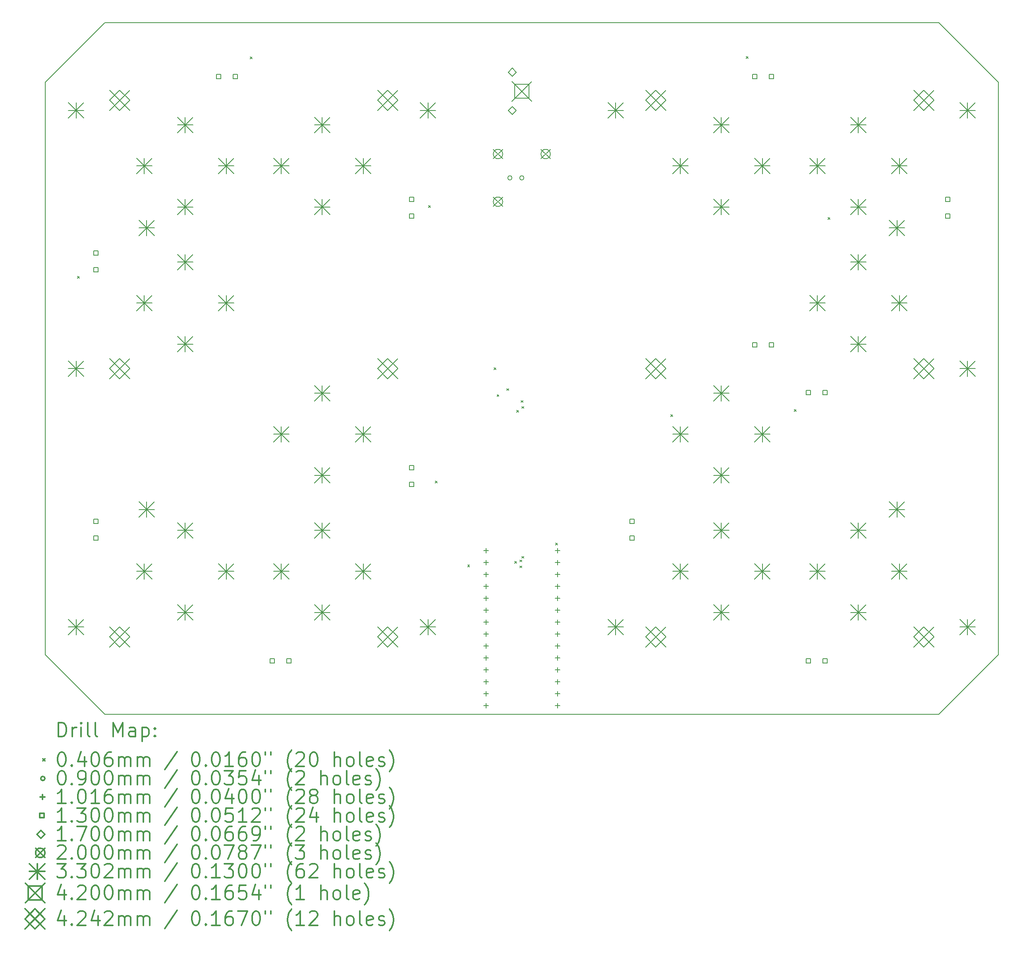
<source format=gbr>
%FSLAX45Y45*%
G04 Gerber Fmt 4.5, Leading zero omitted, Abs format (unit mm)*
G04 Created by KiCad (PCBNEW 5.1.10-88a1d61d58~88~ubuntu20.10.1) date 2021-06-25 14:56:54*
%MOMM*%
%LPD*%
G01*
G04 APERTURE LIST*
%TA.AperFunction,Profile*%
%ADD10C,0.127000*%
%TD*%
%ADD11C,0.200000*%
%ADD12C,0.300000*%
G04 APERTURE END LIST*
D10*
X22860000Y-16256000D02*
X5080000Y-16256000D01*
X24130000Y-14986000D02*
X22860000Y-16256000D01*
X24130000Y-2794000D02*
X24130000Y-14986000D01*
X22860000Y-1524000D02*
X24130000Y-2794000D01*
X5080000Y-1524000D02*
X22860000Y-1524000D01*
X3810000Y-2794000D02*
X5080000Y-1524000D01*
X3810000Y-14986000D02*
X3810000Y-2794000D01*
X5080000Y-16256000D02*
X3810000Y-14986000D01*
D11*
X4499870Y-6924600D02*
X4540510Y-6965240D01*
X4540510Y-6924600D02*
X4499870Y-6965240D01*
X8181740Y-2245920D02*
X8222380Y-2286560D01*
X8222380Y-2245920D02*
X8181740Y-2286560D01*
X11981180Y-5418740D02*
X12021820Y-5459380D01*
X12021820Y-5418740D02*
X11981180Y-5459380D01*
X12128410Y-11280490D02*
X12169050Y-11321130D01*
X12169050Y-11280490D02*
X12128410Y-11321130D01*
X12815770Y-13071520D02*
X12856410Y-13112160D01*
X12856410Y-13071520D02*
X12815770Y-13112160D01*
X13378181Y-8869680D02*
X13418821Y-8910320D01*
X13418821Y-8869680D02*
X13378181Y-8910320D01*
X13441680Y-9441180D02*
X13482320Y-9481820D01*
X13482320Y-9441180D02*
X13441680Y-9481820D01*
X13646330Y-9314180D02*
X13686970Y-9354820D01*
X13686970Y-9314180D02*
X13646330Y-9354820D01*
X13820220Y-12990050D02*
X13860860Y-13030690D01*
X13860860Y-12990050D02*
X13820220Y-13030690D01*
X13863570Y-9772670D02*
X13904210Y-9813310D01*
X13904210Y-9772670D02*
X13863570Y-9813310D01*
X13927490Y-12963860D02*
X13968130Y-13004500D01*
X13968130Y-12963860D02*
X13927490Y-13004500D01*
X13928320Y-13090930D02*
X13968960Y-13131570D01*
X13968960Y-13090930D02*
X13928320Y-13131570D01*
X13952832Y-9568180D02*
X13993472Y-9608820D01*
X13993472Y-9568180D02*
X13952832Y-9608820D01*
X13967960Y-12887250D02*
X14008600Y-12927890D01*
X14008600Y-12887250D02*
X13967960Y-12927890D01*
X13969121Y-9695180D02*
X14009761Y-9735820D01*
X14009761Y-9695180D02*
X13969121Y-9735820D01*
X14693371Y-12600940D02*
X14734011Y-12641580D01*
X14734011Y-12600940D02*
X14693371Y-12641580D01*
X17148610Y-9870240D02*
X17189250Y-9910880D01*
X17189250Y-9870240D02*
X17148610Y-9910880D01*
X18751520Y-2242880D02*
X18792160Y-2283520D01*
X18792160Y-2242880D02*
X18751520Y-2283520D01*
X19781100Y-9758680D02*
X19821740Y-9799320D01*
X19821740Y-9758680D02*
X19781100Y-9799320D01*
X20498370Y-5666280D02*
X20539010Y-5706920D01*
X20539010Y-5666280D02*
X20498370Y-5706920D01*
X13761000Y-4826000D02*
G75*
G03*
X13761000Y-4826000I-45000J0D01*
G01*
X14015000Y-4826000D02*
G75*
G03*
X14015000Y-4826000I-45000J0D01*
G01*
X13208000Y-12712700D02*
X13208000Y-12814300D01*
X13157200Y-12763500D02*
X13258800Y-12763500D01*
X13208000Y-12966700D02*
X13208000Y-13068300D01*
X13157200Y-13017500D02*
X13258800Y-13017500D01*
X13208000Y-13220700D02*
X13208000Y-13322300D01*
X13157200Y-13271500D02*
X13258800Y-13271500D01*
X13208000Y-13474700D02*
X13208000Y-13576300D01*
X13157200Y-13525500D02*
X13258800Y-13525500D01*
X13208000Y-13728700D02*
X13208000Y-13830300D01*
X13157200Y-13779500D02*
X13258800Y-13779500D01*
X13208000Y-13982700D02*
X13208000Y-14084300D01*
X13157200Y-14033500D02*
X13258800Y-14033500D01*
X13208000Y-14236700D02*
X13208000Y-14338300D01*
X13157200Y-14287500D02*
X13258800Y-14287500D01*
X13208000Y-14490700D02*
X13208000Y-14592300D01*
X13157200Y-14541500D02*
X13258800Y-14541500D01*
X13208000Y-14744700D02*
X13208000Y-14846300D01*
X13157200Y-14795500D02*
X13258800Y-14795500D01*
X13208000Y-14998700D02*
X13208000Y-15100300D01*
X13157200Y-15049500D02*
X13258800Y-15049500D01*
X13208000Y-15252700D02*
X13208000Y-15354300D01*
X13157200Y-15303500D02*
X13258800Y-15303500D01*
X13208000Y-15506700D02*
X13208000Y-15608300D01*
X13157200Y-15557500D02*
X13258800Y-15557500D01*
X13208000Y-15760700D02*
X13208000Y-15862300D01*
X13157200Y-15811500D02*
X13258800Y-15811500D01*
X13208000Y-16014700D02*
X13208000Y-16116300D01*
X13157200Y-16065500D02*
X13258800Y-16065500D01*
X14732000Y-12712700D02*
X14732000Y-12814300D01*
X14681200Y-12763500D02*
X14782800Y-12763500D01*
X14732000Y-12966700D02*
X14732000Y-13068300D01*
X14681200Y-13017500D02*
X14782800Y-13017500D01*
X14732000Y-13220700D02*
X14732000Y-13322300D01*
X14681200Y-13271500D02*
X14782800Y-13271500D01*
X14732000Y-13474700D02*
X14732000Y-13576300D01*
X14681200Y-13525500D02*
X14782800Y-13525500D01*
X14732000Y-13728700D02*
X14732000Y-13830300D01*
X14681200Y-13779500D02*
X14782800Y-13779500D01*
X14732000Y-13982700D02*
X14732000Y-14084300D01*
X14681200Y-14033500D02*
X14782800Y-14033500D01*
X14732000Y-14236700D02*
X14732000Y-14338300D01*
X14681200Y-14287500D02*
X14782800Y-14287500D01*
X14732000Y-14490700D02*
X14732000Y-14592300D01*
X14681200Y-14541500D02*
X14782800Y-14541500D01*
X14732000Y-14744700D02*
X14732000Y-14846300D01*
X14681200Y-14795500D02*
X14782800Y-14795500D01*
X14732000Y-14998700D02*
X14732000Y-15100300D01*
X14681200Y-15049500D02*
X14782800Y-15049500D01*
X14732000Y-15252700D02*
X14732000Y-15354300D01*
X14681200Y-15303500D02*
X14782800Y-15303500D01*
X14732000Y-15506700D02*
X14732000Y-15608300D01*
X14681200Y-15557500D02*
X14782800Y-15557500D01*
X14732000Y-15760700D02*
X14732000Y-15862300D01*
X14681200Y-15811500D02*
X14782800Y-15811500D01*
X14732000Y-16014700D02*
X14732000Y-16116300D01*
X14681200Y-16065500D02*
X14782800Y-16065500D01*
X4935462Y-6474962D02*
X4935462Y-6383038D01*
X4843538Y-6383038D01*
X4843538Y-6474962D01*
X4935462Y-6474962D01*
X4935462Y-6824962D02*
X4935462Y-6733038D01*
X4843538Y-6733038D01*
X4843538Y-6824962D01*
X4935462Y-6824962D01*
X4935462Y-12189962D02*
X4935462Y-12098038D01*
X4843538Y-12098038D01*
X4843538Y-12189962D01*
X4935462Y-12189962D01*
X4935462Y-12539962D02*
X4935462Y-12448038D01*
X4843538Y-12448038D01*
X4843538Y-12539962D01*
X4935462Y-12539962D01*
X7554462Y-2712962D02*
X7554462Y-2621038D01*
X7462538Y-2621038D01*
X7462538Y-2712962D01*
X7554462Y-2712962D01*
X7904462Y-2712962D02*
X7904462Y-2621038D01*
X7812538Y-2621038D01*
X7812538Y-2712962D01*
X7904462Y-2712962D01*
X8697462Y-15158962D02*
X8697462Y-15067038D01*
X8605538Y-15067038D01*
X8605538Y-15158962D01*
X8697462Y-15158962D01*
X9047462Y-15158962D02*
X9047462Y-15067038D01*
X8955538Y-15067038D01*
X8955538Y-15158962D01*
X9047462Y-15158962D01*
X11666462Y-5331962D02*
X11666462Y-5240038D01*
X11574538Y-5240038D01*
X11574538Y-5331962D01*
X11666462Y-5331962D01*
X11666462Y-5681962D02*
X11666462Y-5590038D01*
X11574538Y-5590038D01*
X11574538Y-5681962D01*
X11666462Y-5681962D01*
X11666462Y-11046962D02*
X11666462Y-10955038D01*
X11574538Y-10955038D01*
X11574538Y-11046962D01*
X11666462Y-11046962D01*
X11666462Y-11396962D02*
X11666462Y-11305038D01*
X11574538Y-11305038D01*
X11574538Y-11396962D01*
X11666462Y-11396962D01*
X16365462Y-12189962D02*
X16365462Y-12098038D01*
X16273538Y-12098038D01*
X16273538Y-12189962D01*
X16365462Y-12189962D01*
X16365462Y-12539962D02*
X16365462Y-12448038D01*
X16273538Y-12448038D01*
X16273538Y-12539962D01*
X16365462Y-12539962D01*
X18984462Y-2712962D02*
X18984462Y-2621038D01*
X18892538Y-2621038D01*
X18892538Y-2712962D01*
X18984462Y-2712962D01*
X18984462Y-8427962D02*
X18984462Y-8336038D01*
X18892538Y-8336038D01*
X18892538Y-8427962D01*
X18984462Y-8427962D01*
X19334462Y-2712962D02*
X19334462Y-2621038D01*
X19242538Y-2621038D01*
X19242538Y-2712962D01*
X19334462Y-2712962D01*
X19334462Y-8427962D02*
X19334462Y-8336038D01*
X19242538Y-8336038D01*
X19242538Y-8427962D01*
X19334462Y-8427962D01*
X20127462Y-9443962D02*
X20127462Y-9352038D01*
X20035538Y-9352038D01*
X20035538Y-9443962D01*
X20127462Y-9443962D01*
X20127462Y-15158962D02*
X20127462Y-15067038D01*
X20035538Y-15067038D01*
X20035538Y-15158962D01*
X20127462Y-15158962D01*
X20477462Y-9443962D02*
X20477462Y-9352038D01*
X20385538Y-9352038D01*
X20385538Y-9443962D01*
X20477462Y-9443962D01*
X20477462Y-15158962D02*
X20477462Y-15067038D01*
X20385538Y-15067038D01*
X20385538Y-15158962D01*
X20477462Y-15158962D01*
X23096462Y-5331962D02*
X23096462Y-5240038D01*
X23004538Y-5240038D01*
X23004538Y-5331962D01*
X23096462Y-5331962D01*
X23096462Y-5681962D02*
X23096462Y-5590038D01*
X23004538Y-5590038D01*
X23004538Y-5681962D01*
X23096462Y-5681962D01*
X13770000Y-2659500D02*
X13855000Y-2574500D01*
X13770000Y-2489500D01*
X13685000Y-2574500D01*
X13770000Y-2659500D01*
X13770000Y-3479500D02*
X13855000Y-3394500D01*
X13770000Y-3309500D01*
X13685000Y-3394500D01*
X13770000Y-3479500D01*
X13362000Y-4218000D02*
X13562000Y-4418000D01*
X13562000Y-4218000D02*
X13362000Y-4418000D01*
X13562000Y-4318000D02*
G75*
G03*
X13562000Y-4318000I-100000J0D01*
G01*
X13362000Y-5234000D02*
X13562000Y-5434000D01*
X13562000Y-5234000D02*
X13362000Y-5434000D01*
X13562000Y-5334000D02*
G75*
G03*
X13562000Y-5334000I-100000J0D01*
G01*
X14378000Y-4218000D02*
X14578000Y-4418000D01*
X14578000Y-4218000D02*
X14378000Y-4418000D01*
X14578000Y-4318000D02*
G75*
G03*
X14578000Y-4318000I-100000J0D01*
G01*
X4304900Y-3224900D02*
X4635100Y-3555100D01*
X4635100Y-3224900D02*
X4304900Y-3555100D01*
X4470000Y-3224900D02*
X4470000Y-3555100D01*
X4304900Y-3390000D02*
X4635100Y-3390000D01*
X4304900Y-8724900D02*
X4635100Y-9055100D01*
X4635100Y-8724900D02*
X4304900Y-9055100D01*
X4470000Y-8724900D02*
X4470000Y-9055100D01*
X4304900Y-8890000D02*
X4635100Y-8890000D01*
X4304900Y-14224900D02*
X4635100Y-14555100D01*
X4635100Y-14224900D02*
X4304900Y-14555100D01*
X4470000Y-14224900D02*
X4470000Y-14555100D01*
X4304900Y-14390000D02*
X4635100Y-14390000D01*
X5756519Y-4406900D02*
X6086719Y-4737100D01*
X6086719Y-4406900D02*
X5756519Y-4737100D01*
X5921619Y-4406900D02*
X5921619Y-4737100D01*
X5756519Y-4572000D02*
X6086719Y-4572000D01*
X5756519Y-7327900D02*
X6086719Y-7658100D01*
X6086719Y-7327900D02*
X5756519Y-7658100D01*
X5921619Y-7327900D02*
X5921619Y-7658100D01*
X5756519Y-7493000D02*
X6086719Y-7493000D01*
X5756519Y-13042900D02*
X6086719Y-13373100D01*
X6086719Y-13042900D02*
X5756519Y-13373100D01*
X5921619Y-13042900D02*
X5921619Y-13373100D01*
X5756519Y-13208000D02*
X6086719Y-13208000D01*
X5804900Y-5724900D02*
X6135100Y-6055100D01*
X6135100Y-5724900D02*
X5804900Y-6055100D01*
X5970000Y-5724900D02*
X5970000Y-6055100D01*
X5804900Y-5890000D02*
X6135100Y-5890000D01*
X5804900Y-11724900D02*
X6135100Y-12055100D01*
X6135100Y-11724900D02*
X5804900Y-12055100D01*
X5970000Y-11724900D02*
X5970000Y-12055100D01*
X5804900Y-11890000D02*
X6135100Y-11890000D01*
X6629400Y-3534019D02*
X6959600Y-3864219D01*
X6959600Y-3534019D02*
X6629400Y-3864219D01*
X6794500Y-3534019D02*
X6794500Y-3864219D01*
X6629400Y-3699119D02*
X6959600Y-3699119D01*
X6629400Y-5279781D02*
X6959600Y-5609981D01*
X6959600Y-5279781D02*
X6629400Y-5609981D01*
X6794500Y-5279781D02*
X6794500Y-5609981D01*
X6629400Y-5444881D02*
X6959600Y-5444881D01*
X6629400Y-6455019D02*
X6959600Y-6785219D01*
X6959600Y-6455019D02*
X6629400Y-6785219D01*
X6794500Y-6455019D02*
X6794500Y-6785219D01*
X6629400Y-6620119D02*
X6959600Y-6620119D01*
X6629400Y-8200781D02*
X6959600Y-8530981D01*
X6959600Y-8200781D02*
X6629400Y-8530981D01*
X6794500Y-8200781D02*
X6794500Y-8530981D01*
X6629400Y-8365881D02*
X6959600Y-8365881D01*
X6629400Y-12170019D02*
X6959600Y-12500219D01*
X6959600Y-12170019D02*
X6629400Y-12500219D01*
X6794500Y-12170019D02*
X6794500Y-12500219D01*
X6629400Y-12335119D02*
X6959600Y-12335119D01*
X6629400Y-13915781D02*
X6959600Y-14245981D01*
X6959600Y-13915781D02*
X6629400Y-14245981D01*
X6794500Y-13915781D02*
X6794500Y-14245981D01*
X6629400Y-14080881D02*
X6959600Y-14080881D01*
X7502281Y-4406900D02*
X7832481Y-4737100D01*
X7832481Y-4406900D02*
X7502281Y-4737100D01*
X7667381Y-4406900D02*
X7667381Y-4737100D01*
X7502281Y-4572000D02*
X7832481Y-4572000D01*
X7502281Y-7327900D02*
X7832481Y-7658100D01*
X7832481Y-7327900D02*
X7502281Y-7658100D01*
X7667381Y-7327900D02*
X7667381Y-7658100D01*
X7502281Y-7493000D02*
X7832481Y-7493000D01*
X7502281Y-13042900D02*
X7832481Y-13373100D01*
X7832481Y-13042900D02*
X7502281Y-13373100D01*
X7667381Y-13042900D02*
X7667381Y-13373100D01*
X7502281Y-13208000D02*
X7832481Y-13208000D01*
X8677519Y-4406900D02*
X9007719Y-4737100D01*
X9007719Y-4406900D02*
X8677519Y-4737100D01*
X8842619Y-4406900D02*
X8842619Y-4737100D01*
X8677519Y-4572000D02*
X9007719Y-4572000D01*
X8677519Y-10121900D02*
X9007719Y-10452100D01*
X9007719Y-10121900D02*
X8677519Y-10452100D01*
X8842619Y-10121900D02*
X8842619Y-10452100D01*
X8677519Y-10287000D02*
X9007719Y-10287000D01*
X8677519Y-13042900D02*
X9007719Y-13373100D01*
X9007719Y-13042900D02*
X8677519Y-13373100D01*
X8842619Y-13042900D02*
X8842619Y-13373100D01*
X8677519Y-13208000D02*
X9007719Y-13208000D01*
X9550400Y-3534019D02*
X9880600Y-3864219D01*
X9880600Y-3534019D02*
X9550400Y-3864219D01*
X9715500Y-3534019D02*
X9715500Y-3864219D01*
X9550400Y-3699119D02*
X9880600Y-3699119D01*
X9550400Y-5279781D02*
X9880600Y-5609981D01*
X9880600Y-5279781D02*
X9550400Y-5609981D01*
X9715500Y-5279781D02*
X9715500Y-5609981D01*
X9550400Y-5444881D02*
X9880600Y-5444881D01*
X9550400Y-9249019D02*
X9880600Y-9579219D01*
X9880600Y-9249019D02*
X9550400Y-9579219D01*
X9715500Y-9249019D02*
X9715500Y-9579219D01*
X9550400Y-9414119D02*
X9880600Y-9414119D01*
X9550400Y-10994781D02*
X9880600Y-11324981D01*
X9880600Y-10994781D02*
X9550400Y-11324981D01*
X9715500Y-10994781D02*
X9715500Y-11324981D01*
X9550400Y-11159881D02*
X9880600Y-11159881D01*
X9550400Y-12170019D02*
X9880600Y-12500219D01*
X9880600Y-12170019D02*
X9550400Y-12500219D01*
X9715500Y-12170019D02*
X9715500Y-12500219D01*
X9550400Y-12335119D02*
X9880600Y-12335119D01*
X9550400Y-13915781D02*
X9880600Y-14245981D01*
X9880600Y-13915781D02*
X9550400Y-14245981D01*
X9715500Y-13915781D02*
X9715500Y-14245981D01*
X9550400Y-14080881D02*
X9880600Y-14080881D01*
X10423281Y-4406900D02*
X10753481Y-4737100D01*
X10753481Y-4406900D02*
X10423281Y-4737100D01*
X10588381Y-4406900D02*
X10588381Y-4737100D01*
X10423281Y-4572000D02*
X10753481Y-4572000D01*
X10423281Y-10121900D02*
X10753481Y-10452100D01*
X10753481Y-10121900D02*
X10423281Y-10452100D01*
X10588381Y-10121900D02*
X10588381Y-10452100D01*
X10423281Y-10287000D02*
X10753481Y-10287000D01*
X10423281Y-13042900D02*
X10753481Y-13373100D01*
X10753481Y-13042900D02*
X10423281Y-13373100D01*
X10588381Y-13042900D02*
X10588381Y-13373100D01*
X10423281Y-13208000D02*
X10753481Y-13208000D01*
X11804900Y-3224900D02*
X12135100Y-3555100D01*
X12135100Y-3224900D02*
X11804900Y-3555100D01*
X11970000Y-3224900D02*
X11970000Y-3555100D01*
X11804900Y-3390000D02*
X12135100Y-3390000D01*
X11804900Y-14224900D02*
X12135100Y-14555100D01*
X12135100Y-14224900D02*
X11804900Y-14555100D01*
X11970000Y-14224900D02*
X11970000Y-14555100D01*
X11804900Y-14390000D02*
X12135100Y-14390000D01*
X15804900Y-3224900D02*
X16135100Y-3555100D01*
X16135100Y-3224900D02*
X15804900Y-3555100D01*
X15970000Y-3224900D02*
X15970000Y-3555100D01*
X15804900Y-3390000D02*
X16135100Y-3390000D01*
X15804900Y-14224900D02*
X16135100Y-14555100D01*
X16135100Y-14224900D02*
X15804900Y-14555100D01*
X15970000Y-14224900D02*
X15970000Y-14555100D01*
X15804900Y-14390000D02*
X16135100Y-14390000D01*
X17186519Y-4406900D02*
X17516719Y-4737100D01*
X17516719Y-4406900D02*
X17186519Y-4737100D01*
X17351619Y-4406900D02*
X17351619Y-4737100D01*
X17186519Y-4572000D02*
X17516719Y-4572000D01*
X17186519Y-10121900D02*
X17516719Y-10452100D01*
X17516719Y-10121900D02*
X17186519Y-10452100D01*
X17351619Y-10121900D02*
X17351619Y-10452100D01*
X17186519Y-10287000D02*
X17516719Y-10287000D01*
X17186519Y-13042900D02*
X17516719Y-13373100D01*
X17516719Y-13042900D02*
X17186519Y-13373100D01*
X17351619Y-13042900D02*
X17351619Y-13373100D01*
X17186519Y-13208000D02*
X17516719Y-13208000D01*
X18059400Y-3534019D02*
X18389600Y-3864219D01*
X18389600Y-3534019D02*
X18059400Y-3864219D01*
X18224500Y-3534019D02*
X18224500Y-3864219D01*
X18059400Y-3699119D02*
X18389600Y-3699119D01*
X18059400Y-5279781D02*
X18389600Y-5609981D01*
X18389600Y-5279781D02*
X18059400Y-5609981D01*
X18224500Y-5279781D02*
X18224500Y-5609981D01*
X18059400Y-5444881D02*
X18389600Y-5444881D01*
X18059400Y-9249019D02*
X18389600Y-9579219D01*
X18389600Y-9249019D02*
X18059400Y-9579219D01*
X18224500Y-9249019D02*
X18224500Y-9579219D01*
X18059400Y-9414119D02*
X18389600Y-9414119D01*
X18059400Y-10994781D02*
X18389600Y-11324981D01*
X18389600Y-10994781D02*
X18059400Y-11324981D01*
X18224500Y-10994781D02*
X18224500Y-11324981D01*
X18059400Y-11159881D02*
X18389600Y-11159881D01*
X18059400Y-12170019D02*
X18389600Y-12500219D01*
X18389600Y-12170019D02*
X18059400Y-12500219D01*
X18224500Y-12170019D02*
X18224500Y-12500219D01*
X18059400Y-12335119D02*
X18389600Y-12335119D01*
X18059400Y-13915781D02*
X18389600Y-14245981D01*
X18389600Y-13915781D02*
X18059400Y-14245981D01*
X18224500Y-13915781D02*
X18224500Y-14245981D01*
X18059400Y-14080881D02*
X18389600Y-14080881D01*
X18932281Y-4406900D02*
X19262481Y-4737100D01*
X19262481Y-4406900D02*
X18932281Y-4737100D01*
X19097381Y-4406900D02*
X19097381Y-4737100D01*
X18932281Y-4572000D02*
X19262481Y-4572000D01*
X18932281Y-10121900D02*
X19262481Y-10452100D01*
X19262481Y-10121900D02*
X18932281Y-10452100D01*
X19097381Y-10121900D02*
X19097381Y-10452100D01*
X18932281Y-10287000D02*
X19262481Y-10287000D01*
X18932281Y-13042900D02*
X19262481Y-13373100D01*
X19262481Y-13042900D02*
X18932281Y-13373100D01*
X19097381Y-13042900D02*
X19097381Y-13373100D01*
X18932281Y-13208000D02*
X19262481Y-13208000D01*
X20107519Y-4406900D02*
X20437719Y-4737100D01*
X20437719Y-4406900D02*
X20107519Y-4737100D01*
X20272619Y-4406900D02*
X20272619Y-4737100D01*
X20107519Y-4572000D02*
X20437719Y-4572000D01*
X20107519Y-7327900D02*
X20437719Y-7658100D01*
X20437719Y-7327900D02*
X20107519Y-7658100D01*
X20272619Y-7327900D02*
X20272619Y-7658100D01*
X20107519Y-7493000D02*
X20437719Y-7493000D01*
X20107519Y-13042900D02*
X20437719Y-13373100D01*
X20437719Y-13042900D02*
X20107519Y-13373100D01*
X20272619Y-13042900D02*
X20272619Y-13373100D01*
X20107519Y-13208000D02*
X20437719Y-13208000D01*
X20980400Y-3534019D02*
X21310600Y-3864219D01*
X21310600Y-3534019D02*
X20980400Y-3864219D01*
X21145500Y-3534019D02*
X21145500Y-3864219D01*
X20980400Y-3699119D02*
X21310600Y-3699119D01*
X20980400Y-5279781D02*
X21310600Y-5609981D01*
X21310600Y-5279781D02*
X20980400Y-5609981D01*
X21145500Y-5279781D02*
X21145500Y-5609981D01*
X20980400Y-5444881D02*
X21310600Y-5444881D01*
X20980400Y-6455019D02*
X21310600Y-6785219D01*
X21310600Y-6455019D02*
X20980400Y-6785219D01*
X21145500Y-6455019D02*
X21145500Y-6785219D01*
X20980400Y-6620119D02*
X21310600Y-6620119D01*
X20980400Y-8200781D02*
X21310600Y-8530981D01*
X21310600Y-8200781D02*
X20980400Y-8530981D01*
X21145500Y-8200781D02*
X21145500Y-8530981D01*
X20980400Y-8365881D02*
X21310600Y-8365881D01*
X20980400Y-12170019D02*
X21310600Y-12500219D01*
X21310600Y-12170019D02*
X20980400Y-12500219D01*
X21145500Y-12170019D02*
X21145500Y-12500219D01*
X20980400Y-12335119D02*
X21310600Y-12335119D01*
X20980400Y-13915781D02*
X21310600Y-14245981D01*
X21310600Y-13915781D02*
X20980400Y-14245981D01*
X21145500Y-13915781D02*
X21145500Y-14245981D01*
X20980400Y-14080881D02*
X21310600Y-14080881D01*
X21804900Y-5724900D02*
X22135100Y-6055100D01*
X22135100Y-5724900D02*
X21804900Y-6055100D01*
X21970000Y-5724900D02*
X21970000Y-6055100D01*
X21804900Y-5890000D02*
X22135100Y-5890000D01*
X21804900Y-11724900D02*
X22135100Y-12055100D01*
X22135100Y-11724900D02*
X21804900Y-12055100D01*
X21970000Y-11724900D02*
X21970000Y-12055100D01*
X21804900Y-11890000D02*
X22135100Y-11890000D01*
X21853281Y-4406900D02*
X22183481Y-4737100D01*
X22183481Y-4406900D02*
X21853281Y-4737100D01*
X22018381Y-4406900D02*
X22018381Y-4737100D01*
X21853281Y-4572000D02*
X22183481Y-4572000D01*
X21853281Y-7327900D02*
X22183481Y-7658100D01*
X22183481Y-7327900D02*
X21853281Y-7658100D01*
X22018381Y-7327900D02*
X22018381Y-7658100D01*
X21853281Y-7493000D02*
X22183481Y-7493000D01*
X21853281Y-13042900D02*
X22183481Y-13373100D01*
X22183481Y-13042900D02*
X21853281Y-13373100D01*
X22018381Y-13042900D02*
X22018381Y-13373100D01*
X21853281Y-13208000D02*
X22183481Y-13208000D01*
X23304900Y-3224900D02*
X23635100Y-3555100D01*
X23635100Y-3224900D02*
X23304900Y-3555100D01*
X23470000Y-3224900D02*
X23470000Y-3555100D01*
X23304900Y-3390000D02*
X23635100Y-3390000D01*
X23304900Y-8724900D02*
X23635100Y-9055100D01*
X23635100Y-8724900D02*
X23304900Y-9055100D01*
X23470000Y-8724900D02*
X23470000Y-9055100D01*
X23304900Y-8890000D02*
X23635100Y-8890000D01*
X23304900Y-14224900D02*
X23635100Y-14555100D01*
X23635100Y-14224900D02*
X23304900Y-14555100D01*
X23470000Y-14224900D02*
X23470000Y-14555100D01*
X23304900Y-14390000D02*
X23635100Y-14390000D01*
X13760000Y-2774500D02*
X14180000Y-3194500D01*
X14180000Y-2774500D02*
X13760000Y-3194500D01*
X14118494Y-3132994D02*
X14118494Y-2836006D01*
X13821506Y-2836006D01*
X13821506Y-3132994D01*
X14118494Y-3132994D01*
X5185410Y-2962910D02*
X5609590Y-3387090D01*
X5609590Y-2962910D02*
X5185410Y-3387090D01*
X5397500Y-3387090D02*
X5609590Y-3175000D01*
X5397500Y-2962910D01*
X5185410Y-3175000D01*
X5397500Y-3387090D01*
X5185410Y-8677910D02*
X5609590Y-9102090D01*
X5609590Y-8677910D02*
X5185410Y-9102090D01*
X5397500Y-9102090D02*
X5609590Y-8890000D01*
X5397500Y-8677910D01*
X5185410Y-8890000D01*
X5397500Y-9102090D01*
X5185410Y-14392910D02*
X5609590Y-14817090D01*
X5609590Y-14392910D02*
X5185410Y-14817090D01*
X5397500Y-14817090D02*
X5609590Y-14605000D01*
X5397500Y-14392910D01*
X5185410Y-14605000D01*
X5397500Y-14817090D01*
X10900410Y-2962910D02*
X11324590Y-3387090D01*
X11324590Y-2962910D02*
X10900410Y-3387090D01*
X11112500Y-3387090D02*
X11324590Y-3175000D01*
X11112500Y-2962910D01*
X10900410Y-3175000D01*
X11112500Y-3387090D01*
X10900410Y-8677910D02*
X11324590Y-9102090D01*
X11324590Y-8677910D02*
X10900410Y-9102090D01*
X11112500Y-9102090D02*
X11324590Y-8890000D01*
X11112500Y-8677910D01*
X10900410Y-8890000D01*
X11112500Y-9102090D01*
X10900410Y-14392910D02*
X11324590Y-14817090D01*
X11324590Y-14392910D02*
X10900410Y-14817090D01*
X11112500Y-14817090D02*
X11324590Y-14605000D01*
X11112500Y-14392910D01*
X10900410Y-14605000D01*
X11112500Y-14817090D01*
X16615410Y-2962910D02*
X17039590Y-3387090D01*
X17039590Y-2962910D02*
X16615410Y-3387090D01*
X16827500Y-3387090D02*
X17039590Y-3175000D01*
X16827500Y-2962910D01*
X16615410Y-3175000D01*
X16827500Y-3387090D01*
X16615410Y-8677910D02*
X17039590Y-9102090D01*
X17039590Y-8677910D02*
X16615410Y-9102090D01*
X16827500Y-9102090D02*
X17039590Y-8890000D01*
X16827500Y-8677910D01*
X16615410Y-8890000D01*
X16827500Y-9102090D01*
X16615410Y-14392910D02*
X17039590Y-14817090D01*
X17039590Y-14392910D02*
X16615410Y-14817090D01*
X16827500Y-14817090D02*
X17039590Y-14605000D01*
X16827500Y-14392910D01*
X16615410Y-14605000D01*
X16827500Y-14817090D01*
X22330410Y-2962910D02*
X22754590Y-3387090D01*
X22754590Y-2962910D02*
X22330410Y-3387090D01*
X22542500Y-3387090D02*
X22754590Y-3175000D01*
X22542500Y-2962910D01*
X22330410Y-3175000D01*
X22542500Y-3387090D01*
X22330410Y-8677910D02*
X22754590Y-9102090D01*
X22754590Y-8677910D02*
X22330410Y-9102090D01*
X22542500Y-9102090D02*
X22754590Y-8890000D01*
X22542500Y-8677910D01*
X22330410Y-8890000D01*
X22542500Y-9102090D01*
X22330410Y-14392910D02*
X22754590Y-14817090D01*
X22754590Y-14392910D02*
X22330410Y-14817090D01*
X22542500Y-14817090D02*
X22754590Y-14605000D01*
X22542500Y-14392910D01*
X22330410Y-14605000D01*
X22542500Y-14817090D01*
D12*
X4090078Y-16728064D02*
X4090078Y-16428064D01*
X4161507Y-16428064D01*
X4204364Y-16442350D01*
X4232936Y-16470921D01*
X4247221Y-16499493D01*
X4261507Y-16556636D01*
X4261507Y-16599493D01*
X4247221Y-16656636D01*
X4232936Y-16685207D01*
X4204364Y-16713779D01*
X4161507Y-16728064D01*
X4090078Y-16728064D01*
X4390078Y-16728064D02*
X4390078Y-16528064D01*
X4390078Y-16585207D02*
X4404364Y-16556636D01*
X4418650Y-16542350D01*
X4447221Y-16528064D01*
X4475793Y-16528064D01*
X4575793Y-16728064D02*
X4575793Y-16528064D01*
X4575793Y-16428064D02*
X4561507Y-16442350D01*
X4575793Y-16456636D01*
X4590078Y-16442350D01*
X4575793Y-16428064D01*
X4575793Y-16456636D01*
X4761507Y-16728064D02*
X4732936Y-16713779D01*
X4718650Y-16685207D01*
X4718650Y-16428064D01*
X4918650Y-16728064D02*
X4890078Y-16713779D01*
X4875793Y-16685207D01*
X4875793Y-16428064D01*
X5261507Y-16728064D02*
X5261507Y-16428064D01*
X5361507Y-16642350D01*
X5461507Y-16428064D01*
X5461507Y-16728064D01*
X5732936Y-16728064D02*
X5732936Y-16570921D01*
X5718650Y-16542350D01*
X5690078Y-16528064D01*
X5632936Y-16528064D01*
X5604364Y-16542350D01*
X5732936Y-16713779D02*
X5704364Y-16728064D01*
X5632936Y-16728064D01*
X5604364Y-16713779D01*
X5590078Y-16685207D01*
X5590078Y-16656636D01*
X5604364Y-16628064D01*
X5632936Y-16613779D01*
X5704364Y-16613779D01*
X5732936Y-16599493D01*
X5875793Y-16528064D02*
X5875793Y-16828064D01*
X5875793Y-16542350D02*
X5904364Y-16528064D01*
X5961507Y-16528064D01*
X5990078Y-16542350D01*
X6004364Y-16556636D01*
X6018650Y-16585207D01*
X6018650Y-16670921D01*
X6004364Y-16699493D01*
X5990078Y-16713779D01*
X5961507Y-16728064D01*
X5904364Y-16728064D01*
X5875793Y-16713779D01*
X6147221Y-16699493D02*
X6161507Y-16713779D01*
X6147221Y-16728064D01*
X6132936Y-16713779D01*
X6147221Y-16699493D01*
X6147221Y-16728064D01*
X6147221Y-16542350D02*
X6161507Y-16556636D01*
X6147221Y-16570921D01*
X6132936Y-16556636D01*
X6147221Y-16542350D01*
X6147221Y-16570921D01*
X3763010Y-17202030D02*
X3803650Y-17242670D01*
X3803650Y-17202030D02*
X3763010Y-17242670D01*
X4147221Y-17058064D02*
X4175793Y-17058064D01*
X4204364Y-17072350D01*
X4218650Y-17086636D01*
X4232936Y-17115207D01*
X4247221Y-17172350D01*
X4247221Y-17243779D01*
X4232936Y-17300922D01*
X4218650Y-17329493D01*
X4204364Y-17343779D01*
X4175793Y-17358064D01*
X4147221Y-17358064D01*
X4118650Y-17343779D01*
X4104364Y-17329493D01*
X4090078Y-17300922D01*
X4075793Y-17243779D01*
X4075793Y-17172350D01*
X4090078Y-17115207D01*
X4104364Y-17086636D01*
X4118650Y-17072350D01*
X4147221Y-17058064D01*
X4375793Y-17329493D02*
X4390078Y-17343779D01*
X4375793Y-17358064D01*
X4361507Y-17343779D01*
X4375793Y-17329493D01*
X4375793Y-17358064D01*
X4647221Y-17158064D02*
X4647221Y-17358064D01*
X4575793Y-17043779D02*
X4504364Y-17258064D01*
X4690078Y-17258064D01*
X4861507Y-17058064D02*
X4890078Y-17058064D01*
X4918650Y-17072350D01*
X4932936Y-17086636D01*
X4947221Y-17115207D01*
X4961507Y-17172350D01*
X4961507Y-17243779D01*
X4947221Y-17300922D01*
X4932936Y-17329493D01*
X4918650Y-17343779D01*
X4890078Y-17358064D01*
X4861507Y-17358064D01*
X4832936Y-17343779D01*
X4818650Y-17329493D01*
X4804364Y-17300922D01*
X4790078Y-17243779D01*
X4790078Y-17172350D01*
X4804364Y-17115207D01*
X4818650Y-17086636D01*
X4832936Y-17072350D01*
X4861507Y-17058064D01*
X5218650Y-17058064D02*
X5161507Y-17058064D01*
X5132936Y-17072350D01*
X5118650Y-17086636D01*
X5090078Y-17129493D01*
X5075793Y-17186636D01*
X5075793Y-17300922D01*
X5090078Y-17329493D01*
X5104364Y-17343779D01*
X5132936Y-17358064D01*
X5190078Y-17358064D01*
X5218650Y-17343779D01*
X5232936Y-17329493D01*
X5247221Y-17300922D01*
X5247221Y-17229493D01*
X5232936Y-17200922D01*
X5218650Y-17186636D01*
X5190078Y-17172350D01*
X5132936Y-17172350D01*
X5104364Y-17186636D01*
X5090078Y-17200922D01*
X5075793Y-17229493D01*
X5375793Y-17358064D02*
X5375793Y-17158064D01*
X5375793Y-17186636D02*
X5390078Y-17172350D01*
X5418650Y-17158064D01*
X5461507Y-17158064D01*
X5490078Y-17172350D01*
X5504364Y-17200922D01*
X5504364Y-17358064D01*
X5504364Y-17200922D02*
X5518650Y-17172350D01*
X5547221Y-17158064D01*
X5590078Y-17158064D01*
X5618650Y-17172350D01*
X5632936Y-17200922D01*
X5632936Y-17358064D01*
X5775793Y-17358064D02*
X5775793Y-17158064D01*
X5775793Y-17186636D02*
X5790078Y-17172350D01*
X5818650Y-17158064D01*
X5861507Y-17158064D01*
X5890078Y-17172350D01*
X5904364Y-17200922D01*
X5904364Y-17358064D01*
X5904364Y-17200922D02*
X5918650Y-17172350D01*
X5947221Y-17158064D01*
X5990078Y-17158064D01*
X6018650Y-17172350D01*
X6032936Y-17200922D01*
X6032936Y-17358064D01*
X6618650Y-17043779D02*
X6361507Y-17429493D01*
X7004364Y-17058064D02*
X7032936Y-17058064D01*
X7061507Y-17072350D01*
X7075793Y-17086636D01*
X7090078Y-17115207D01*
X7104364Y-17172350D01*
X7104364Y-17243779D01*
X7090078Y-17300922D01*
X7075793Y-17329493D01*
X7061507Y-17343779D01*
X7032936Y-17358064D01*
X7004364Y-17358064D01*
X6975793Y-17343779D01*
X6961507Y-17329493D01*
X6947221Y-17300922D01*
X6932936Y-17243779D01*
X6932936Y-17172350D01*
X6947221Y-17115207D01*
X6961507Y-17086636D01*
X6975793Y-17072350D01*
X7004364Y-17058064D01*
X7232936Y-17329493D02*
X7247221Y-17343779D01*
X7232936Y-17358064D01*
X7218650Y-17343779D01*
X7232936Y-17329493D01*
X7232936Y-17358064D01*
X7432936Y-17058064D02*
X7461507Y-17058064D01*
X7490078Y-17072350D01*
X7504364Y-17086636D01*
X7518650Y-17115207D01*
X7532936Y-17172350D01*
X7532936Y-17243779D01*
X7518650Y-17300922D01*
X7504364Y-17329493D01*
X7490078Y-17343779D01*
X7461507Y-17358064D01*
X7432936Y-17358064D01*
X7404364Y-17343779D01*
X7390078Y-17329493D01*
X7375793Y-17300922D01*
X7361507Y-17243779D01*
X7361507Y-17172350D01*
X7375793Y-17115207D01*
X7390078Y-17086636D01*
X7404364Y-17072350D01*
X7432936Y-17058064D01*
X7818650Y-17358064D02*
X7647221Y-17358064D01*
X7732936Y-17358064D02*
X7732936Y-17058064D01*
X7704364Y-17100922D01*
X7675793Y-17129493D01*
X7647221Y-17143779D01*
X8075793Y-17058064D02*
X8018650Y-17058064D01*
X7990078Y-17072350D01*
X7975793Y-17086636D01*
X7947221Y-17129493D01*
X7932936Y-17186636D01*
X7932936Y-17300922D01*
X7947221Y-17329493D01*
X7961507Y-17343779D01*
X7990078Y-17358064D01*
X8047221Y-17358064D01*
X8075793Y-17343779D01*
X8090078Y-17329493D01*
X8104364Y-17300922D01*
X8104364Y-17229493D01*
X8090078Y-17200922D01*
X8075793Y-17186636D01*
X8047221Y-17172350D01*
X7990078Y-17172350D01*
X7961507Y-17186636D01*
X7947221Y-17200922D01*
X7932936Y-17229493D01*
X8290078Y-17058064D02*
X8318650Y-17058064D01*
X8347221Y-17072350D01*
X8361507Y-17086636D01*
X8375793Y-17115207D01*
X8390078Y-17172350D01*
X8390078Y-17243779D01*
X8375793Y-17300922D01*
X8361507Y-17329493D01*
X8347221Y-17343779D01*
X8318650Y-17358064D01*
X8290078Y-17358064D01*
X8261507Y-17343779D01*
X8247221Y-17329493D01*
X8232936Y-17300922D01*
X8218650Y-17243779D01*
X8218650Y-17172350D01*
X8232936Y-17115207D01*
X8247221Y-17086636D01*
X8261507Y-17072350D01*
X8290078Y-17058064D01*
X8504364Y-17058064D02*
X8504364Y-17115207D01*
X8618650Y-17058064D02*
X8618650Y-17115207D01*
X9061507Y-17472350D02*
X9047221Y-17458064D01*
X9018650Y-17415207D01*
X9004364Y-17386636D01*
X8990078Y-17343779D01*
X8975793Y-17272350D01*
X8975793Y-17215207D01*
X8990078Y-17143779D01*
X9004364Y-17100922D01*
X9018650Y-17072350D01*
X9047221Y-17029493D01*
X9061507Y-17015207D01*
X9161507Y-17086636D02*
X9175793Y-17072350D01*
X9204364Y-17058064D01*
X9275793Y-17058064D01*
X9304364Y-17072350D01*
X9318650Y-17086636D01*
X9332936Y-17115207D01*
X9332936Y-17143779D01*
X9318650Y-17186636D01*
X9147221Y-17358064D01*
X9332936Y-17358064D01*
X9518650Y-17058064D02*
X9547221Y-17058064D01*
X9575793Y-17072350D01*
X9590078Y-17086636D01*
X9604364Y-17115207D01*
X9618650Y-17172350D01*
X9618650Y-17243779D01*
X9604364Y-17300922D01*
X9590078Y-17329493D01*
X9575793Y-17343779D01*
X9547221Y-17358064D01*
X9518650Y-17358064D01*
X9490078Y-17343779D01*
X9475793Y-17329493D01*
X9461507Y-17300922D01*
X9447221Y-17243779D01*
X9447221Y-17172350D01*
X9461507Y-17115207D01*
X9475793Y-17086636D01*
X9490078Y-17072350D01*
X9518650Y-17058064D01*
X9975793Y-17358064D02*
X9975793Y-17058064D01*
X10104364Y-17358064D02*
X10104364Y-17200922D01*
X10090078Y-17172350D01*
X10061507Y-17158064D01*
X10018650Y-17158064D01*
X9990078Y-17172350D01*
X9975793Y-17186636D01*
X10290078Y-17358064D02*
X10261507Y-17343779D01*
X10247221Y-17329493D01*
X10232936Y-17300922D01*
X10232936Y-17215207D01*
X10247221Y-17186636D01*
X10261507Y-17172350D01*
X10290078Y-17158064D01*
X10332936Y-17158064D01*
X10361507Y-17172350D01*
X10375793Y-17186636D01*
X10390078Y-17215207D01*
X10390078Y-17300922D01*
X10375793Y-17329493D01*
X10361507Y-17343779D01*
X10332936Y-17358064D01*
X10290078Y-17358064D01*
X10561507Y-17358064D02*
X10532936Y-17343779D01*
X10518650Y-17315207D01*
X10518650Y-17058064D01*
X10790078Y-17343779D02*
X10761507Y-17358064D01*
X10704364Y-17358064D01*
X10675793Y-17343779D01*
X10661507Y-17315207D01*
X10661507Y-17200922D01*
X10675793Y-17172350D01*
X10704364Y-17158064D01*
X10761507Y-17158064D01*
X10790078Y-17172350D01*
X10804364Y-17200922D01*
X10804364Y-17229493D01*
X10661507Y-17258064D01*
X10918650Y-17343779D02*
X10947221Y-17358064D01*
X11004364Y-17358064D01*
X11032936Y-17343779D01*
X11047221Y-17315207D01*
X11047221Y-17300922D01*
X11032936Y-17272350D01*
X11004364Y-17258064D01*
X10961507Y-17258064D01*
X10932936Y-17243779D01*
X10918650Y-17215207D01*
X10918650Y-17200922D01*
X10932936Y-17172350D01*
X10961507Y-17158064D01*
X11004364Y-17158064D01*
X11032936Y-17172350D01*
X11147221Y-17472350D02*
X11161507Y-17458064D01*
X11190078Y-17415207D01*
X11204364Y-17386636D01*
X11218650Y-17343779D01*
X11232936Y-17272350D01*
X11232936Y-17215207D01*
X11218650Y-17143779D01*
X11204364Y-17100922D01*
X11190078Y-17072350D01*
X11161507Y-17029493D01*
X11147221Y-17015207D01*
X3803650Y-17618350D02*
G75*
G03*
X3803650Y-17618350I-45000J0D01*
G01*
X4147221Y-17454064D02*
X4175793Y-17454064D01*
X4204364Y-17468350D01*
X4218650Y-17482636D01*
X4232936Y-17511207D01*
X4247221Y-17568350D01*
X4247221Y-17639779D01*
X4232936Y-17696922D01*
X4218650Y-17725493D01*
X4204364Y-17739779D01*
X4175793Y-17754064D01*
X4147221Y-17754064D01*
X4118650Y-17739779D01*
X4104364Y-17725493D01*
X4090078Y-17696922D01*
X4075793Y-17639779D01*
X4075793Y-17568350D01*
X4090078Y-17511207D01*
X4104364Y-17482636D01*
X4118650Y-17468350D01*
X4147221Y-17454064D01*
X4375793Y-17725493D02*
X4390078Y-17739779D01*
X4375793Y-17754064D01*
X4361507Y-17739779D01*
X4375793Y-17725493D01*
X4375793Y-17754064D01*
X4532936Y-17754064D02*
X4590078Y-17754064D01*
X4618650Y-17739779D01*
X4632936Y-17725493D01*
X4661507Y-17682636D01*
X4675793Y-17625493D01*
X4675793Y-17511207D01*
X4661507Y-17482636D01*
X4647221Y-17468350D01*
X4618650Y-17454064D01*
X4561507Y-17454064D01*
X4532936Y-17468350D01*
X4518650Y-17482636D01*
X4504364Y-17511207D01*
X4504364Y-17582636D01*
X4518650Y-17611207D01*
X4532936Y-17625493D01*
X4561507Y-17639779D01*
X4618650Y-17639779D01*
X4647221Y-17625493D01*
X4661507Y-17611207D01*
X4675793Y-17582636D01*
X4861507Y-17454064D02*
X4890078Y-17454064D01*
X4918650Y-17468350D01*
X4932936Y-17482636D01*
X4947221Y-17511207D01*
X4961507Y-17568350D01*
X4961507Y-17639779D01*
X4947221Y-17696922D01*
X4932936Y-17725493D01*
X4918650Y-17739779D01*
X4890078Y-17754064D01*
X4861507Y-17754064D01*
X4832936Y-17739779D01*
X4818650Y-17725493D01*
X4804364Y-17696922D01*
X4790078Y-17639779D01*
X4790078Y-17568350D01*
X4804364Y-17511207D01*
X4818650Y-17482636D01*
X4832936Y-17468350D01*
X4861507Y-17454064D01*
X5147221Y-17454064D02*
X5175793Y-17454064D01*
X5204364Y-17468350D01*
X5218650Y-17482636D01*
X5232936Y-17511207D01*
X5247221Y-17568350D01*
X5247221Y-17639779D01*
X5232936Y-17696922D01*
X5218650Y-17725493D01*
X5204364Y-17739779D01*
X5175793Y-17754064D01*
X5147221Y-17754064D01*
X5118650Y-17739779D01*
X5104364Y-17725493D01*
X5090078Y-17696922D01*
X5075793Y-17639779D01*
X5075793Y-17568350D01*
X5090078Y-17511207D01*
X5104364Y-17482636D01*
X5118650Y-17468350D01*
X5147221Y-17454064D01*
X5375793Y-17754064D02*
X5375793Y-17554064D01*
X5375793Y-17582636D02*
X5390078Y-17568350D01*
X5418650Y-17554064D01*
X5461507Y-17554064D01*
X5490078Y-17568350D01*
X5504364Y-17596922D01*
X5504364Y-17754064D01*
X5504364Y-17596922D02*
X5518650Y-17568350D01*
X5547221Y-17554064D01*
X5590078Y-17554064D01*
X5618650Y-17568350D01*
X5632936Y-17596922D01*
X5632936Y-17754064D01*
X5775793Y-17754064D02*
X5775793Y-17554064D01*
X5775793Y-17582636D02*
X5790078Y-17568350D01*
X5818650Y-17554064D01*
X5861507Y-17554064D01*
X5890078Y-17568350D01*
X5904364Y-17596922D01*
X5904364Y-17754064D01*
X5904364Y-17596922D02*
X5918650Y-17568350D01*
X5947221Y-17554064D01*
X5990078Y-17554064D01*
X6018650Y-17568350D01*
X6032936Y-17596922D01*
X6032936Y-17754064D01*
X6618650Y-17439779D02*
X6361507Y-17825493D01*
X7004364Y-17454064D02*
X7032936Y-17454064D01*
X7061507Y-17468350D01*
X7075793Y-17482636D01*
X7090078Y-17511207D01*
X7104364Y-17568350D01*
X7104364Y-17639779D01*
X7090078Y-17696922D01*
X7075793Y-17725493D01*
X7061507Y-17739779D01*
X7032936Y-17754064D01*
X7004364Y-17754064D01*
X6975793Y-17739779D01*
X6961507Y-17725493D01*
X6947221Y-17696922D01*
X6932936Y-17639779D01*
X6932936Y-17568350D01*
X6947221Y-17511207D01*
X6961507Y-17482636D01*
X6975793Y-17468350D01*
X7004364Y-17454064D01*
X7232936Y-17725493D02*
X7247221Y-17739779D01*
X7232936Y-17754064D01*
X7218650Y-17739779D01*
X7232936Y-17725493D01*
X7232936Y-17754064D01*
X7432936Y-17454064D02*
X7461507Y-17454064D01*
X7490078Y-17468350D01*
X7504364Y-17482636D01*
X7518650Y-17511207D01*
X7532936Y-17568350D01*
X7532936Y-17639779D01*
X7518650Y-17696922D01*
X7504364Y-17725493D01*
X7490078Y-17739779D01*
X7461507Y-17754064D01*
X7432936Y-17754064D01*
X7404364Y-17739779D01*
X7390078Y-17725493D01*
X7375793Y-17696922D01*
X7361507Y-17639779D01*
X7361507Y-17568350D01*
X7375793Y-17511207D01*
X7390078Y-17482636D01*
X7404364Y-17468350D01*
X7432936Y-17454064D01*
X7632936Y-17454064D02*
X7818650Y-17454064D01*
X7718650Y-17568350D01*
X7761507Y-17568350D01*
X7790078Y-17582636D01*
X7804364Y-17596922D01*
X7818650Y-17625493D01*
X7818650Y-17696922D01*
X7804364Y-17725493D01*
X7790078Y-17739779D01*
X7761507Y-17754064D01*
X7675793Y-17754064D01*
X7647221Y-17739779D01*
X7632936Y-17725493D01*
X8090078Y-17454064D02*
X7947221Y-17454064D01*
X7932936Y-17596922D01*
X7947221Y-17582636D01*
X7975793Y-17568350D01*
X8047221Y-17568350D01*
X8075793Y-17582636D01*
X8090078Y-17596922D01*
X8104364Y-17625493D01*
X8104364Y-17696922D01*
X8090078Y-17725493D01*
X8075793Y-17739779D01*
X8047221Y-17754064D01*
X7975793Y-17754064D01*
X7947221Y-17739779D01*
X7932936Y-17725493D01*
X8361507Y-17554064D02*
X8361507Y-17754064D01*
X8290078Y-17439779D02*
X8218650Y-17654064D01*
X8404364Y-17654064D01*
X8504364Y-17454064D02*
X8504364Y-17511207D01*
X8618650Y-17454064D02*
X8618650Y-17511207D01*
X9061507Y-17868350D02*
X9047221Y-17854064D01*
X9018650Y-17811207D01*
X9004364Y-17782636D01*
X8990078Y-17739779D01*
X8975793Y-17668350D01*
X8975793Y-17611207D01*
X8990078Y-17539779D01*
X9004364Y-17496922D01*
X9018650Y-17468350D01*
X9047221Y-17425493D01*
X9061507Y-17411207D01*
X9161507Y-17482636D02*
X9175793Y-17468350D01*
X9204364Y-17454064D01*
X9275793Y-17454064D01*
X9304364Y-17468350D01*
X9318650Y-17482636D01*
X9332936Y-17511207D01*
X9332936Y-17539779D01*
X9318650Y-17582636D01*
X9147221Y-17754064D01*
X9332936Y-17754064D01*
X9690078Y-17754064D02*
X9690078Y-17454064D01*
X9818650Y-17754064D02*
X9818650Y-17596922D01*
X9804364Y-17568350D01*
X9775793Y-17554064D01*
X9732936Y-17554064D01*
X9704364Y-17568350D01*
X9690078Y-17582636D01*
X10004364Y-17754064D02*
X9975793Y-17739779D01*
X9961507Y-17725493D01*
X9947221Y-17696922D01*
X9947221Y-17611207D01*
X9961507Y-17582636D01*
X9975793Y-17568350D01*
X10004364Y-17554064D01*
X10047221Y-17554064D01*
X10075793Y-17568350D01*
X10090078Y-17582636D01*
X10104364Y-17611207D01*
X10104364Y-17696922D01*
X10090078Y-17725493D01*
X10075793Y-17739779D01*
X10047221Y-17754064D01*
X10004364Y-17754064D01*
X10275793Y-17754064D02*
X10247221Y-17739779D01*
X10232936Y-17711207D01*
X10232936Y-17454064D01*
X10504364Y-17739779D02*
X10475793Y-17754064D01*
X10418650Y-17754064D01*
X10390078Y-17739779D01*
X10375793Y-17711207D01*
X10375793Y-17596922D01*
X10390078Y-17568350D01*
X10418650Y-17554064D01*
X10475793Y-17554064D01*
X10504364Y-17568350D01*
X10518650Y-17596922D01*
X10518650Y-17625493D01*
X10375793Y-17654064D01*
X10632936Y-17739779D02*
X10661507Y-17754064D01*
X10718650Y-17754064D01*
X10747221Y-17739779D01*
X10761507Y-17711207D01*
X10761507Y-17696922D01*
X10747221Y-17668350D01*
X10718650Y-17654064D01*
X10675793Y-17654064D01*
X10647221Y-17639779D01*
X10632936Y-17611207D01*
X10632936Y-17596922D01*
X10647221Y-17568350D01*
X10675793Y-17554064D01*
X10718650Y-17554064D01*
X10747221Y-17568350D01*
X10861507Y-17868350D02*
X10875793Y-17854064D01*
X10904364Y-17811207D01*
X10918650Y-17782636D01*
X10932936Y-17739779D01*
X10947221Y-17668350D01*
X10947221Y-17611207D01*
X10932936Y-17539779D01*
X10918650Y-17496922D01*
X10904364Y-17468350D01*
X10875793Y-17425493D01*
X10861507Y-17411207D01*
X3752850Y-17963550D02*
X3752850Y-18065150D01*
X3702050Y-18014350D02*
X3803650Y-18014350D01*
X4247221Y-18150064D02*
X4075793Y-18150064D01*
X4161507Y-18150064D02*
X4161507Y-17850064D01*
X4132936Y-17892922D01*
X4104364Y-17921493D01*
X4075793Y-17935779D01*
X4375793Y-18121493D02*
X4390078Y-18135779D01*
X4375793Y-18150064D01*
X4361507Y-18135779D01*
X4375793Y-18121493D01*
X4375793Y-18150064D01*
X4575793Y-17850064D02*
X4604364Y-17850064D01*
X4632936Y-17864350D01*
X4647221Y-17878636D01*
X4661507Y-17907207D01*
X4675793Y-17964350D01*
X4675793Y-18035779D01*
X4661507Y-18092922D01*
X4647221Y-18121493D01*
X4632936Y-18135779D01*
X4604364Y-18150064D01*
X4575793Y-18150064D01*
X4547221Y-18135779D01*
X4532936Y-18121493D01*
X4518650Y-18092922D01*
X4504364Y-18035779D01*
X4504364Y-17964350D01*
X4518650Y-17907207D01*
X4532936Y-17878636D01*
X4547221Y-17864350D01*
X4575793Y-17850064D01*
X4961507Y-18150064D02*
X4790078Y-18150064D01*
X4875793Y-18150064D02*
X4875793Y-17850064D01*
X4847221Y-17892922D01*
X4818650Y-17921493D01*
X4790078Y-17935779D01*
X5218650Y-17850064D02*
X5161507Y-17850064D01*
X5132936Y-17864350D01*
X5118650Y-17878636D01*
X5090078Y-17921493D01*
X5075793Y-17978636D01*
X5075793Y-18092922D01*
X5090078Y-18121493D01*
X5104364Y-18135779D01*
X5132936Y-18150064D01*
X5190078Y-18150064D01*
X5218650Y-18135779D01*
X5232936Y-18121493D01*
X5247221Y-18092922D01*
X5247221Y-18021493D01*
X5232936Y-17992922D01*
X5218650Y-17978636D01*
X5190078Y-17964350D01*
X5132936Y-17964350D01*
X5104364Y-17978636D01*
X5090078Y-17992922D01*
X5075793Y-18021493D01*
X5375793Y-18150064D02*
X5375793Y-17950064D01*
X5375793Y-17978636D02*
X5390078Y-17964350D01*
X5418650Y-17950064D01*
X5461507Y-17950064D01*
X5490078Y-17964350D01*
X5504364Y-17992922D01*
X5504364Y-18150064D01*
X5504364Y-17992922D02*
X5518650Y-17964350D01*
X5547221Y-17950064D01*
X5590078Y-17950064D01*
X5618650Y-17964350D01*
X5632936Y-17992922D01*
X5632936Y-18150064D01*
X5775793Y-18150064D02*
X5775793Y-17950064D01*
X5775793Y-17978636D02*
X5790078Y-17964350D01*
X5818650Y-17950064D01*
X5861507Y-17950064D01*
X5890078Y-17964350D01*
X5904364Y-17992922D01*
X5904364Y-18150064D01*
X5904364Y-17992922D02*
X5918650Y-17964350D01*
X5947221Y-17950064D01*
X5990078Y-17950064D01*
X6018650Y-17964350D01*
X6032936Y-17992922D01*
X6032936Y-18150064D01*
X6618650Y-17835779D02*
X6361507Y-18221493D01*
X7004364Y-17850064D02*
X7032936Y-17850064D01*
X7061507Y-17864350D01*
X7075793Y-17878636D01*
X7090078Y-17907207D01*
X7104364Y-17964350D01*
X7104364Y-18035779D01*
X7090078Y-18092922D01*
X7075793Y-18121493D01*
X7061507Y-18135779D01*
X7032936Y-18150064D01*
X7004364Y-18150064D01*
X6975793Y-18135779D01*
X6961507Y-18121493D01*
X6947221Y-18092922D01*
X6932936Y-18035779D01*
X6932936Y-17964350D01*
X6947221Y-17907207D01*
X6961507Y-17878636D01*
X6975793Y-17864350D01*
X7004364Y-17850064D01*
X7232936Y-18121493D02*
X7247221Y-18135779D01*
X7232936Y-18150064D01*
X7218650Y-18135779D01*
X7232936Y-18121493D01*
X7232936Y-18150064D01*
X7432936Y-17850064D02*
X7461507Y-17850064D01*
X7490078Y-17864350D01*
X7504364Y-17878636D01*
X7518650Y-17907207D01*
X7532936Y-17964350D01*
X7532936Y-18035779D01*
X7518650Y-18092922D01*
X7504364Y-18121493D01*
X7490078Y-18135779D01*
X7461507Y-18150064D01*
X7432936Y-18150064D01*
X7404364Y-18135779D01*
X7390078Y-18121493D01*
X7375793Y-18092922D01*
X7361507Y-18035779D01*
X7361507Y-17964350D01*
X7375793Y-17907207D01*
X7390078Y-17878636D01*
X7404364Y-17864350D01*
X7432936Y-17850064D01*
X7790078Y-17950064D02*
X7790078Y-18150064D01*
X7718650Y-17835779D02*
X7647221Y-18050064D01*
X7832936Y-18050064D01*
X8004364Y-17850064D02*
X8032936Y-17850064D01*
X8061507Y-17864350D01*
X8075793Y-17878636D01*
X8090078Y-17907207D01*
X8104364Y-17964350D01*
X8104364Y-18035779D01*
X8090078Y-18092922D01*
X8075793Y-18121493D01*
X8061507Y-18135779D01*
X8032936Y-18150064D01*
X8004364Y-18150064D01*
X7975793Y-18135779D01*
X7961507Y-18121493D01*
X7947221Y-18092922D01*
X7932936Y-18035779D01*
X7932936Y-17964350D01*
X7947221Y-17907207D01*
X7961507Y-17878636D01*
X7975793Y-17864350D01*
X8004364Y-17850064D01*
X8290078Y-17850064D02*
X8318650Y-17850064D01*
X8347221Y-17864350D01*
X8361507Y-17878636D01*
X8375793Y-17907207D01*
X8390078Y-17964350D01*
X8390078Y-18035779D01*
X8375793Y-18092922D01*
X8361507Y-18121493D01*
X8347221Y-18135779D01*
X8318650Y-18150064D01*
X8290078Y-18150064D01*
X8261507Y-18135779D01*
X8247221Y-18121493D01*
X8232936Y-18092922D01*
X8218650Y-18035779D01*
X8218650Y-17964350D01*
X8232936Y-17907207D01*
X8247221Y-17878636D01*
X8261507Y-17864350D01*
X8290078Y-17850064D01*
X8504364Y-17850064D02*
X8504364Y-17907207D01*
X8618650Y-17850064D02*
X8618650Y-17907207D01*
X9061507Y-18264350D02*
X9047221Y-18250064D01*
X9018650Y-18207207D01*
X9004364Y-18178636D01*
X8990078Y-18135779D01*
X8975793Y-18064350D01*
X8975793Y-18007207D01*
X8990078Y-17935779D01*
X9004364Y-17892922D01*
X9018650Y-17864350D01*
X9047221Y-17821493D01*
X9061507Y-17807207D01*
X9161507Y-17878636D02*
X9175793Y-17864350D01*
X9204364Y-17850064D01*
X9275793Y-17850064D01*
X9304364Y-17864350D01*
X9318650Y-17878636D01*
X9332936Y-17907207D01*
X9332936Y-17935779D01*
X9318650Y-17978636D01*
X9147221Y-18150064D01*
X9332936Y-18150064D01*
X9504364Y-17978636D02*
X9475793Y-17964350D01*
X9461507Y-17950064D01*
X9447221Y-17921493D01*
X9447221Y-17907207D01*
X9461507Y-17878636D01*
X9475793Y-17864350D01*
X9504364Y-17850064D01*
X9561507Y-17850064D01*
X9590078Y-17864350D01*
X9604364Y-17878636D01*
X9618650Y-17907207D01*
X9618650Y-17921493D01*
X9604364Y-17950064D01*
X9590078Y-17964350D01*
X9561507Y-17978636D01*
X9504364Y-17978636D01*
X9475793Y-17992922D01*
X9461507Y-18007207D01*
X9447221Y-18035779D01*
X9447221Y-18092922D01*
X9461507Y-18121493D01*
X9475793Y-18135779D01*
X9504364Y-18150064D01*
X9561507Y-18150064D01*
X9590078Y-18135779D01*
X9604364Y-18121493D01*
X9618650Y-18092922D01*
X9618650Y-18035779D01*
X9604364Y-18007207D01*
X9590078Y-17992922D01*
X9561507Y-17978636D01*
X9975793Y-18150064D02*
X9975793Y-17850064D01*
X10104364Y-18150064D02*
X10104364Y-17992922D01*
X10090078Y-17964350D01*
X10061507Y-17950064D01*
X10018650Y-17950064D01*
X9990078Y-17964350D01*
X9975793Y-17978636D01*
X10290078Y-18150064D02*
X10261507Y-18135779D01*
X10247221Y-18121493D01*
X10232936Y-18092922D01*
X10232936Y-18007207D01*
X10247221Y-17978636D01*
X10261507Y-17964350D01*
X10290078Y-17950064D01*
X10332936Y-17950064D01*
X10361507Y-17964350D01*
X10375793Y-17978636D01*
X10390078Y-18007207D01*
X10390078Y-18092922D01*
X10375793Y-18121493D01*
X10361507Y-18135779D01*
X10332936Y-18150064D01*
X10290078Y-18150064D01*
X10561507Y-18150064D02*
X10532936Y-18135779D01*
X10518650Y-18107207D01*
X10518650Y-17850064D01*
X10790078Y-18135779D02*
X10761507Y-18150064D01*
X10704364Y-18150064D01*
X10675793Y-18135779D01*
X10661507Y-18107207D01*
X10661507Y-17992922D01*
X10675793Y-17964350D01*
X10704364Y-17950064D01*
X10761507Y-17950064D01*
X10790078Y-17964350D01*
X10804364Y-17992922D01*
X10804364Y-18021493D01*
X10661507Y-18050064D01*
X10918650Y-18135779D02*
X10947221Y-18150064D01*
X11004364Y-18150064D01*
X11032936Y-18135779D01*
X11047221Y-18107207D01*
X11047221Y-18092922D01*
X11032936Y-18064350D01*
X11004364Y-18050064D01*
X10961507Y-18050064D01*
X10932936Y-18035779D01*
X10918650Y-18007207D01*
X10918650Y-17992922D01*
X10932936Y-17964350D01*
X10961507Y-17950064D01*
X11004364Y-17950064D01*
X11032936Y-17964350D01*
X11147221Y-18264350D02*
X11161507Y-18250064D01*
X11190078Y-18207207D01*
X11204364Y-18178636D01*
X11218650Y-18135779D01*
X11232936Y-18064350D01*
X11232936Y-18007207D01*
X11218650Y-17935779D01*
X11204364Y-17892922D01*
X11190078Y-17864350D01*
X11161507Y-17821493D01*
X11147221Y-17807207D01*
X3784612Y-18456313D02*
X3784612Y-18364388D01*
X3692687Y-18364388D01*
X3692687Y-18456313D01*
X3784612Y-18456313D01*
X4247221Y-18546064D02*
X4075793Y-18546064D01*
X4161507Y-18546064D02*
X4161507Y-18246064D01*
X4132936Y-18288922D01*
X4104364Y-18317493D01*
X4075793Y-18331779D01*
X4375793Y-18517493D02*
X4390078Y-18531779D01*
X4375793Y-18546064D01*
X4361507Y-18531779D01*
X4375793Y-18517493D01*
X4375793Y-18546064D01*
X4490078Y-18246064D02*
X4675793Y-18246064D01*
X4575793Y-18360350D01*
X4618650Y-18360350D01*
X4647221Y-18374636D01*
X4661507Y-18388922D01*
X4675793Y-18417493D01*
X4675793Y-18488922D01*
X4661507Y-18517493D01*
X4647221Y-18531779D01*
X4618650Y-18546064D01*
X4532936Y-18546064D01*
X4504364Y-18531779D01*
X4490078Y-18517493D01*
X4861507Y-18246064D02*
X4890078Y-18246064D01*
X4918650Y-18260350D01*
X4932936Y-18274636D01*
X4947221Y-18303207D01*
X4961507Y-18360350D01*
X4961507Y-18431779D01*
X4947221Y-18488922D01*
X4932936Y-18517493D01*
X4918650Y-18531779D01*
X4890078Y-18546064D01*
X4861507Y-18546064D01*
X4832936Y-18531779D01*
X4818650Y-18517493D01*
X4804364Y-18488922D01*
X4790078Y-18431779D01*
X4790078Y-18360350D01*
X4804364Y-18303207D01*
X4818650Y-18274636D01*
X4832936Y-18260350D01*
X4861507Y-18246064D01*
X5147221Y-18246064D02*
X5175793Y-18246064D01*
X5204364Y-18260350D01*
X5218650Y-18274636D01*
X5232936Y-18303207D01*
X5247221Y-18360350D01*
X5247221Y-18431779D01*
X5232936Y-18488922D01*
X5218650Y-18517493D01*
X5204364Y-18531779D01*
X5175793Y-18546064D01*
X5147221Y-18546064D01*
X5118650Y-18531779D01*
X5104364Y-18517493D01*
X5090078Y-18488922D01*
X5075793Y-18431779D01*
X5075793Y-18360350D01*
X5090078Y-18303207D01*
X5104364Y-18274636D01*
X5118650Y-18260350D01*
X5147221Y-18246064D01*
X5375793Y-18546064D02*
X5375793Y-18346064D01*
X5375793Y-18374636D02*
X5390078Y-18360350D01*
X5418650Y-18346064D01*
X5461507Y-18346064D01*
X5490078Y-18360350D01*
X5504364Y-18388922D01*
X5504364Y-18546064D01*
X5504364Y-18388922D02*
X5518650Y-18360350D01*
X5547221Y-18346064D01*
X5590078Y-18346064D01*
X5618650Y-18360350D01*
X5632936Y-18388922D01*
X5632936Y-18546064D01*
X5775793Y-18546064D02*
X5775793Y-18346064D01*
X5775793Y-18374636D02*
X5790078Y-18360350D01*
X5818650Y-18346064D01*
X5861507Y-18346064D01*
X5890078Y-18360350D01*
X5904364Y-18388922D01*
X5904364Y-18546064D01*
X5904364Y-18388922D02*
X5918650Y-18360350D01*
X5947221Y-18346064D01*
X5990078Y-18346064D01*
X6018650Y-18360350D01*
X6032936Y-18388922D01*
X6032936Y-18546064D01*
X6618650Y-18231779D02*
X6361507Y-18617493D01*
X7004364Y-18246064D02*
X7032936Y-18246064D01*
X7061507Y-18260350D01*
X7075793Y-18274636D01*
X7090078Y-18303207D01*
X7104364Y-18360350D01*
X7104364Y-18431779D01*
X7090078Y-18488922D01*
X7075793Y-18517493D01*
X7061507Y-18531779D01*
X7032936Y-18546064D01*
X7004364Y-18546064D01*
X6975793Y-18531779D01*
X6961507Y-18517493D01*
X6947221Y-18488922D01*
X6932936Y-18431779D01*
X6932936Y-18360350D01*
X6947221Y-18303207D01*
X6961507Y-18274636D01*
X6975793Y-18260350D01*
X7004364Y-18246064D01*
X7232936Y-18517493D02*
X7247221Y-18531779D01*
X7232936Y-18546064D01*
X7218650Y-18531779D01*
X7232936Y-18517493D01*
X7232936Y-18546064D01*
X7432936Y-18246064D02*
X7461507Y-18246064D01*
X7490078Y-18260350D01*
X7504364Y-18274636D01*
X7518650Y-18303207D01*
X7532936Y-18360350D01*
X7532936Y-18431779D01*
X7518650Y-18488922D01*
X7504364Y-18517493D01*
X7490078Y-18531779D01*
X7461507Y-18546064D01*
X7432936Y-18546064D01*
X7404364Y-18531779D01*
X7390078Y-18517493D01*
X7375793Y-18488922D01*
X7361507Y-18431779D01*
X7361507Y-18360350D01*
X7375793Y-18303207D01*
X7390078Y-18274636D01*
X7404364Y-18260350D01*
X7432936Y-18246064D01*
X7804364Y-18246064D02*
X7661507Y-18246064D01*
X7647221Y-18388922D01*
X7661507Y-18374636D01*
X7690078Y-18360350D01*
X7761507Y-18360350D01*
X7790078Y-18374636D01*
X7804364Y-18388922D01*
X7818650Y-18417493D01*
X7818650Y-18488922D01*
X7804364Y-18517493D01*
X7790078Y-18531779D01*
X7761507Y-18546064D01*
X7690078Y-18546064D01*
X7661507Y-18531779D01*
X7647221Y-18517493D01*
X8104364Y-18546064D02*
X7932936Y-18546064D01*
X8018650Y-18546064D02*
X8018650Y-18246064D01*
X7990078Y-18288922D01*
X7961507Y-18317493D01*
X7932936Y-18331779D01*
X8218650Y-18274636D02*
X8232936Y-18260350D01*
X8261507Y-18246064D01*
X8332936Y-18246064D01*
X8361507Y-18260350D01*
X8375793Y-18274636D01*
X8390078Y-18303207D01*
X8390078Y-18331779D01*
X8375793Y-18374636D01*
X8204364Y-18546064D01*
X8390078Y-18546064D01*
X8504364Y-18246064D02*
X8504364Y-18303207D01*
X8618650Y-18246064D02*
X8618650Y-18303207D01*
X9061507Y-18660350D02*
X9047221Y-18646064D01*
X9018650Y-18603207D01*
X9004364Y-18574636D01*
X8990078Y-18531779D01*
X8975793Y-18460350D01*
X8975793Y-18403207D01*
X8990078Y-18331779D01*
X9004364Y-18288922D01*
X9018650Y-18260350D01*
X9047221Y-18217493D01*
X9061507Y-18203207D01*
X9161507Y-18274636D02*
X9175793Y-18260350D01*
X9204364Y-18246064D01*
X9275793Y-18246064D01*
X9304364Y-18260350D01*
X9318650Y-18274636D01*
X9332936Y-18303207D01*
X9332936Y-18331779D01*
X9318650Y-18374636D01*
X9147221Y-18546064D01*
X9332936Y-18546064D01*
X9590078Y-18346064D02*
X9590078Y-18546064D01*
X9518650Y-18231779D02*
X9447221Y-18446064D01*
X9632936Y-18446064D01*
X9975793Y-18546064D02*
X9975793Y-18246064D01*
X10104364Y-18546064D02*
X10104364Y-18388922D01*
X10090078Y-18360350D01*
X10061507Y-18346064D01*
X10018650Y-18346064D01*
X9990078Y-18360350D01*
X9975793Y-18374636D01*
X10290078Y-18546064D02*
X10261507Y-18531779D01*
X10247221Y-18517493D01*
X10232936Y-18488922D01*
X10232936Y-18403207D01*
X10247221Y-18374636D01*
X10261507Y-18360350D01*
X10290078Y-18346064D01*
X10332936Y-18346064D01*
X10361507Y-18360350D01*
X10375793Y-18374636D01*
X10390078Y-18403207D01*
X10390078Y-18488922D01*
X10375793Y-18517493D01*
X10361507Y-18531779D01*
X10332936Y-18546064D01*
X10290078Y-18546064D01*
X10561507Y-18546064D02*
X10532936Y-18531779D01*
X10518650Y-18503207D01*
X10518650Y-18246064D01*
X10790078Y-18531779D02*
X10761507Y-18546064D01*
X10704364Y-18546064D01*
X10675793Y-18531779D01*
X10661507Y-18503207D01*
X10661507Y-18388922D01*
X10675793Y-18360350D01*
X10704364Y-18346064D01*
X10761507Y-18346064D01*
X10790078Y-18360350D01*
X10804364Y-18388922D01*
X10804364Y-18417493D01*
X10661507Y-18446064D01*
X10918650Y-18531779D02*
X10947221Y-18546064D01*
X11004364Y-18546064D01*
X11032936Y-18531779D01*
X11047221Y-18503207D01*
X11047221Y-18488922D01*
X11032936Y-18460350D01*
X11004364Y-18446064D01*
X10961507Y-18446064D01*
X10932936Y-18431779D01*
X10918650Y-18403207D01*
X10918650Y-18388922D01*
X10932936Y-18360350D01*
X10961507Y-18346064D01*
X11004364Y-18346064D01*
X11032936Y-18360350D01*
X11147221Y-18660350D02*
X11161507Y-18646064D01*
X11190078Y-18603207D01*
X11204364Y-18574636D01*
X11218650Y-18531779D01*
X11232936Y-18460350D01*
X11232936Y-18403207D01*
X11218650Y-18331779D01*
X11204364Y-18288922D01*
X11190078Y-18260350D01*
X11161507Y-18217493D01*
X11147221Y-18203207D01*
X3718650Y-18891350D02*
X3803650Y-18806350D01*
X3718650Y-18721350D01*
X3633650Y-18806350D01*
X3718650Y-18891350D01*
X4247221Y-18942064D02*
X4075793Y-18942064D01*
X4161507Y-18942064D02*
X4161507Y-18642064D01*
X4132936Y-18684922D01*
X4104364Y-18713493D01*
X4075793Y-18727779D01*
X4375793Y-18913493D02*
X4390078Y-18927779D01*
X4375793Y-18942064D01*
X4361507Y-18927779D01*
X4375793Y-18913493D01*
X4375793Y-18942064D01*
X4490078Y-18642064D02*
X4690078Y-18642064D01*
X4561507Y-18942064D01*
X4861507Y-18642064D02*
X4890078Y-18642064D01*
X4918650Y-18656350D01*
X4932936Y-18670636D01*
X4947221Y-18699207D01*
X4961507Y-18756350D01*
X4961507Y-18827779D01*
X4947221Y-18884922D01*
X4932936Y-18913493D01*
X4918650Y-18927779D01*
X4890078Y-18942064D01*
X4861507Y-18942064D01*
X4832936Y-18927779D01*
X4818650Y-18913493D01*
X4804364Y-18884922D01*
X4790078Y-18827779D01*
X4790078Y-18756350D01*
X4804364Y-18699207D01*
X4818650Y-18670636D01*
X4832936Y-18656350D01*
X4861507Y-18642064D01*
X5147221Y-18642064D02*
X5175793Y-18642064D01*
X5204364Y-18656350D01*
X5218650Y-18670636D01*
X5232936Y-18699207D01*
X5247221Y-18756350D01*
X5247221Y-18827779D01*
X5232936Y-18884922D01*
X5218650Y-18913493D01*
X5204364Y-18927779D01*
X5175793Y-18942064D01*
X5147221Y-18942064D01*
X5118650Y-18927779D01*
X5104364Y-18913493D01*
X5090078Y-18884922D01*
X5075793Y-18827779D01*
X5075793Y-18756350D01*
X5090078Y-18699207D01*
X5104364Y-18670636D01*
X5118650Y-18656350D01*
X5147221Y-18642064D01*
X5375793Y-18942064D02*
X5375793Y-18742064D01*
X5375793Y-18770636D02*
X5390078Y-18756350D01*
X5418650Y-18742064D01*
X5461507Y-18742064D01*
X5490078Y-18756350D01*
X5504364Y-18784922D01*
X5504364Y-18942064D01*
X5504364Y-18784922D02*
X5518650Y-18756350D01*
X5547221Y-18742064D01*
X5590078Y-18742064D01*
X5618650Y-18756350D01*
X5632936Y-18784922D01*
X5632936Y-18942064D01*
X5775793Y-18942064D02*
X5775793Y-18742064D01*
X5775793Y-18770636D02*
X5790078Y-18756350D01*
X5818650Y-18742064D01*
X5861507Y-18742064D01*
X5890078Y-18756350D01*
X5904364Y-18784922D01*
X5904364Y-18942064D01*
X5904364Y-18784922D02*
X5918650Y-18756350D01*
X5947221Y-18742064D01*
X5990078Y-18742064D01*
X6018650Y-18756350D01*
X6032936Y-18784922D01*
X6032936Y-18942064D01*
X6618650Y-18627779D02*
X6361507Y-19013493D01*
X7004364Y-18642064D02*
X7032936Y-18642064D01*
X7061507Y-18656350D01*
X7075793Y-18670636D01*
X7090078Y-18699207D01*
X7104364Y-18756350D01*
X7104364Y-18827779D01*
X7090078Y-18884922D01*
X7075793Y-18913493D01*
X7061507Y-18927779D01*
X7032936Y-18942064D01*
X7004364Y-18942064D01*
X6975793Y-18927779D01*
X6961507Y-18913493D01*
X6947221Y-18884922D01*
X6932936Y-18827779D01*
X6932936Y-18756350D01*
X6947221Y-18699207D01*
X6961507Y-18670636D01*
X6975793Y-18656350D01*
X7004364Y-18642064D01*
X7232936Y-18913493D02*
X7247221Y-18927779D01*
X7232936Y-18942064D01*
X7218650Y-18927779D01*
X7232936Y-18913493D01*
X7232936Y-18942064D01*
X7432936Y-18642064D02*
X7461507Y-18642064D01*
X7490078Y-18656350D01*
X7504364Y-18670636D01*
X7518650Y-18699207D01*
X7532936Y-18756350D01*
X7532936Y-18827779D01*
X7518650Y-18884922D01*
X7504364Y-18913493D01*
X7490078Y-18927779D01*
X7461507Y-18942064D01*
X7432936Y-18942064D01*
X7404364Y-18927779D01*
X7390078Y-18913493D01*
X7375793Y-18884922D01*
X7361507Y-18827779D01*
X7361507Y-18756350D01*
X7375793Y-18699207D01*
X7390078Y-18670636D01*
X7404364Y-18656350D01*
X7432936Y-18642064D01*
X7790078Y-18642064D02*
X7732936Y-18642064D01*
X7704364Y-18656350D01*
X7690078Y-18670636D01*
X7661507Y-18713493D01*
X7647221Y-18770636D01*
X7647221Y-18884922D01*
X7661507Y-18913493D01*
X7675793Y-18927779D01*
X7704364Y-18942064D01*
X7761507Y-18942064D01*
X7790078Y-18927779D01*
X7804364Y-18913493D01*
X7818650Y-18884922D01*
X7818650Y-18813493D01*
X7804364Y-18784922D01*
X7790078Y-18770636D01*
X7761507Y-18756350D01*
X7704364Y-18756350D01*
X7675793Y-18770636D01*
X7661507Y-18784922D01*
X7647221Y-18813493D01*
X8075793Y-18642064D02*
X8018650Y-18642064D01*
X7990078Y-18656350D01*
X7975793Y-18670636D01*
X7947221Y-18713493D01*
X7932936Y-18770636D01*
X7932936Y-18884922D01*
X7947221Y-18913493D01*
X7961507Y-18927779D01*
X7990078Y-18942064D01*
X8047221Y-18942064D01*
X8075793Y-18927779D01*
X8090078Y-18913493D01*
X8104364Y-18884922D01*
X8104364Y-18813493D01*
X8090078Y-18784922D01*
X8075793Y-18770636D01*
X8047221Y-18756350D01*
X7990078Y-18756350D01*
X7961507Y-18770636D01*
X7947221Y-18784922D01*
X7932936Y-18813493D01*
X8247221Y-18942064D02*
X8304364Y-18942064D01*
X8332936Y-18927779D01*
X8347221Y-18913493D01*
X8375793Y-18870636D01*
X8390078Y-18813493D01*
X8390078Y-18699207D01*
X8375793Y-18670636D01*
X8361507Y-18656350D01*
X8332936Y-18642064D01*
X8275793Y-18642064D01*
X8247221Y-18656350D01*
X8232936Y-18670636D01*
X8218650Y-18699207D01*
X8218650Y-18770636D01*
X8232936Y-18799207D01*
X8247221Y-18813493D01*
X8275793Y-18827779D01*
X8332936Y-18827779D01*
X8361507Y-18813493D01*
X8375793Y-18799207D01*
X8390078Y-18770636D01*
X8504364Y-18642064D02*
X8504364Y-18699207D01*
X8618650Y-18642064D02*
X8618650Y-18699207D01*
X9061507Y-19056350D02*
X9047221Y-19042064D01*
X9018650Y-18999207D01*
X9004364Y-18970636D01*
X8990078Y-18927779D01*
X8975793Y-18856350D01*
X8975793Y-18799207D01*
X8990078Y-18727779D01*
X9004364Y-18684922D01*
X9018650Y-18656350D01*
X9047221Y-18613493D01*
X9061507Y-18599207D01*
X9161507Y-18670636D02*
X9175793Y-18656350D01*
X9204364Y-18642064D01*
X9275793Y-18642064D01*
X9304364Y-18656350D01*
X9318650Y-18670636D01*
X9332936Y-18699207D01*
X9332936Y-18727779D01*
X9318650Y-18770636D01*
X9147221Y-18942064D01*
X9332936Y-18942064D01*
X9690078Y-18942064D02*
X9690078Y-18642064D01*
X9818650Y-18942064D02*
X9818650Y-18784922D01*
X9804364Y-18756350D01*
X9775793Y-18742064D01*
X9732936Y-18742064D01*
X9704364Y-18756350D01*
X9690078Y-18770636D01*
X10004364Y-18942064D02*
X9975793Y-18927779D01*
X9961507Y-18913493D01*
X9947221Y-18884922D01*
X9947221Y-18799207D01*
X9961507Y-18770636D01*
X9975793Y-18756350D01*
X10004364Y-18742064D01*
X10047221Y-18742064D01*
X10075793Y-18756350D01*
X10090078Y-18770636D01*
X10104364Y-18799207D01*
X10104364Y-18884922D01*
X10090078Y-18913493D01*
X10075793Y-18927779D01*
X10047221Y-18942064D01*
X10004364Y-18942064D01*
X10275793Y-18942064D02*
X10247221Y-18927779D01*
X10232936Y-18899207D01*
X10232936Y-18642064D01*
X10504364Y-18927779D02*
X10475793Y-18942064D01*
X10418650Y-18942064D01*
X10390078Y-18927779D01*
X10375793Y-18899207D01*
X10375793Y-18784922D01*
X10390078Y-18756350D01*
X10418650Y-18742064D01*
X10475793Y-18742064D01*
X10504364Y-18756350D01*
X10518650Y-18784922D01*
X10518650Y-18813493D01*
X10375793Y-18842064D01*
X10632936Y-18927779D02*
X10661507Y-18942064D01*
X10718650Y-18942064D01*
X10747221Y-18927779D01*
X10761507Y-18899207D01*
X10761507Y-18884922D01*
X10747221Y-18856350D01*
X10718650Y-18842064D01*
X10675793Y-18842064D01*
X10647221Y-18827779D01*
X10632936Y-18799207D01*
X10632936Y-18784922D01*
X10647221Y-18756350D01*
X10675793Y-18742064D01*
X10718650Y-18742064D01*
X10747221Y-18756350D01*
X10861507Y-19056350D02*
X10875793Y-19042064D01*
X10904364Y-18999207D01*
X10918650Y-18970636D01*
X10932936Y-18927779D01*
X10947221Y-18856350D01*
X10947221Y-18799207D01*
X10932936Y-18727779D01*
X10918650Y-18684922D01*
X10904364Y-18656350D01*
X10875793Y-18613493D01*
X10861507Y-18599207D01*
X3603650Y-19102350D02*
X3803650Y-19302350D01*
X3803650Y-19102350D02*
X3603650Y-19302350D01*
X3803650Y-19202350D02*
G75*
G03*
X3803650Y-19202350I-100000J0D01*
G01*
X4075793Y-19066636D02*
X4090078Y-19052350D01*
X4118650Y-19038064D01*
X4190078Y-19038064D01*
X4218650Y-19052350D01*
X4232936Y-19066636D01*
X4247221Y-19095207D01*
X4247221Y-19123779D01*
X4232936Y-19166636D01*
X4061507Y-19338064D01*
X4247221Y-19338064D01*
X4375793Y-19309493D02*
X4390078Y-19323779D01*
X4375793Y-19338064D01*
X4361507Y-19323779D01*
X4375793Y-19309493D01*
X4375793Y-19338064D01*
X4575793Y-19038064D02*
X4604364Y-19038064D01*
X4632936Y-19052350D01*
X4647221Y-19066636D01*
X4661507Y-19095207D01*
X4675793Y-19152350D01*
X4675793Y-19223779D01*
X4661507Y-19280922D01*
X4647221Y-19309493D01*
X4632936Y-19323779D01*
X4604364Y-19338064D01*
X4575793Y-19338064D01*
X4547221Y-19323779D01*
X4532936Y-19309493D01*
X4518650Y-19280922D01*
X4504364Y-19223779D01*
X4504364Y-19152350D01*
X4518650Y-19095207D01*
X4532936Y-19066636D01*
X4547221Y-19052350D01*
X4575793Y-19038064D01*
X4861507Y-19038064D02*
X4890078Y-19038064D01*
X4918650Y-19052350D01*
X4932936Y-19066636D01*
X4947221Y-19095207D01*
X4961507Y-19152350D01*
X4961507Y-19223779D01*
X4947221Y-19280922D01*
X4932936Y-19309493D01*
X4918650Y-19323779D01*
X4890078Y-19338064D01*
X4861507Y-19338064D01*
X4832936Y-19323779D01*
X4818650Y-19309493D01*
X4804364Y-19280922D01*
X4790078Y-19223779D01*
X4790078Y-19152350D01*
X4804364Y-19095207D01*
X4818650Y-19066636D01*
X4832936Y-19052350D01*
X4861507Y-19038064D01*
X5147221Y-19038064D02*
X5175793Y-19038064D01*
X5204364Y-19052350D01*
X5218650Y-19066636D01*
X5232936Y-19095207D01*
X5247221Y-19152350D01*
X5247221Y-19223779D01*
X5232936Y-19280922D01*
X5218650Y-19309493D01*
X5204364Y-19323779D01*
X5175793Y-19338064D01*
X5147221Y-19338064D01*
X5118650Y-19323779D01*
X5104364Y-19309493D01*
X5090078Y-19280922D01*
X5075793Y-19223779D01*
X5075793Y-19152350D01*
X5090078Y-19095207D01*
X5104364Y-19066636D01*
X5118650Y-19052350D01*
X5147221Y-19038064D01*
X5375793Y-19338064D02*
X5375793Y-19138064D01*
X5375793Y-19166636D02*
X5390078Y-19152350D01*
X5418650Y-19138064D01*
X5461507Y-19138064D01*
X5490078Y-19152350D01*
X5504364Y-19180922D01*
X5504364Y-19338064D01*
X5504364Y-19180922D02*
X5518650Y-19152350D01*
X5547221Y-19138064D01*
X5590078Y-19138064D01*
X5618650Y-19152350D01*
X5632936Y-19180922D01*
X5632936Y-19338064D01*
X5775793Y-19338064D02*
X5775793Y-19138064D01*
X5775793Y-19166636D02*
X5790078Y-19152350D01*
X5818650Y-19138064D01*
X5861507Y-19138064D01*
X5890078Y-19152350D01*
X5904364Y-19180922D01*
X5904364Y-19338064D01*
X5904364Y-19180922D02*
X5918650Y-19152350D01*
X5947221Y-19138064D01*
X5990078Y-19138064D01*
X6018650Y-19152350D01*
X6032936Y-19180922D01*
X6032936Y-19338064D01*
X6618650Y-19023779D02*
X6361507Y-19409493D01*
X7004364Y-19038064D02*
X7032936Y-19038064D01*
X7061507Y-19052350D01*
X7075793Y-19066636D01*
X7090078Y-19095207D01*
X7104364Y-19152350D01*
X7104364Y-19223779D01*
X7090078Y-19280922D01*
X7075793Y-19309493D01*
X7061507Y-19323779D01*
X7032936Y-19338064D01*
X7004364Y-19338064D01*
X6975793Y-19323779D01*
X6961507Y-19309493D01*
X6947221Y-19280922D01*
X6932936Y-19223779D01*
X6932936Y-19152350D01*
X6947221Y-19095207D01*
X6961507Y-19066636D01*
X6975793Y-19052350D01*
X7004364Y-19038064D01*
X7232936Y-19309493D02*
X7247221Y-19323779D01*
X7232936Y-19338064D01*
X7218650Y-19323779D01*
X7232936Y-19309493D01*
X7232936Y-19338064D01*
X7432936Y-19038064D02*
X7461507Y-19038064D01*
X7490078Y-19052350D01*
X7504364Y-19066636D01*
X7518650Y-19095207D01*
X7532936Y-19152350D01*
X7532936Y-19223779D01*
X7518650Y-19280922D01*
X7504364Y-19309493D01*
X7490078Y-19323779D01*
X7461507Y-19338064D01*
X7432936Y-19338064D01*
X7404364Y-19323779D01*
X7390078Y-19309493D01*
X7375793Y-19280922D01*
X7361507Y-19223779D01*
X7361507Y-19152350D01*
X7375793Y-19095207D01*
X7390078Y-19066636D01*
X7404364Y-19052350D01*
X7432936Y-19038064D01*
X7632936Y-19038064D02*
X7832936Y-19038064D01*
X7704364Y-19338064D01*
X7990078Y-19166636D02*
X7961507Y-19152350D01*
X7947221Y-19138064D01*
X7932936Y-19109493D01*
X7932936Y-19095207D01*
X7947221Y-19066636D01*
X7961507Y-19052350D01*
X7990078Y-19038064D01*
X8047221Y-19038064D01*
X8075793Y-19052350D01*
X8090078Y-19066636D01*
X8104364Y-19095207D01*
X8104364Y-19109493D01*
X8090078Y-19138064D01*
X8075793Y-19152350D01*
X8047221Y-19166636D01*
X7990078Y-19166636D01*
X7961507Y-19180922D01*
X7947221Y-19195207D01*
X7932936Y-19223779D01*
X7932936Y-19280922D01*
X7947221Y-19309493D01*
X7961507Y-19323779D01*
X7990078Y-19338064D01*
X8047221Y-19338064D01*
X8075793Y-19323779D01*
X8090078Y-19309493D01*
X8104364Y-19280922D01*
X8104364Y-19223779D01*
X8090078Y-19195207D01*
X8075793Y-19180922D01*
X8047221Y-19166636D01*
X8204364Y-19038064D02*
X8404364Y-19038064D01*
X8275793Y-19338064D01*
X8504364Y-19038064D02*
X8504364Y-19095207D01*
X8618650Y-19038064D02*
X8618650Y-19095207D01*
X9061507Y-19452350D02*
X9047221Y-19438064D01*
X9018650Y-19395207D01*
X9004364Y-19366636D01*
X8990078Y-19323779D01*
X8975793Y-19252350D01*
X8975793Y-19195207D01*
X8990078Y-19123779D01*
X9004364Y-19080922D01*
X9018650Y-19052350D01*
X9047221Y-19009493D01*
X9061507Y-18995207D01*
X9147221Y-19038064D02*
X9332936Y-19038064D01*
X9232936Y-19152350D01*
X9275793Y-19152350D01*
X9304364Y-19166636D01*
X9318650Y-19180922D01*
X9332936Y-19209493D01*
X9332936Y-19280922D01*
X9318650Y-19309493D01*
X9304364Y-19323779D01*
X9275793Y-19338064D01*
X9190078Y-19338064D01*
X9161507Y-19323779D01*
X9147221Y-19309493D01*
X9690078Y-19338064D02*
X9690078Y-19038064D01*
X9818650Y-19338064D02*
X9818650Y-19180922D01*
X9804364Y-19152350D01*
X9775793Y-19138064D01*
X9732936Y-19138064D01*
X9704364Y-19152350D01*
X9690078Y-19166636D01*
X10004364Y-19338064D02*
X9975793Y-19323779D01*
X9961507Y-19309493D01*
X9947221Y-19280922D01*
X9947221Y-19195207D01*
X9961507Y-19166636D01*
X9975793Y-19152350D01*
X10004364Y-19138064D01*
X10047221Y-19138064D01*
X10075793Y-19152350D01*
X10090078Y-19166636D01*
X10104364Y-19195207D01*
X10104364Y-19280922D01*
X10090078Y-19309493D01*
X10075793Y-19323779D01*
X10047221Y-19338064D01*
X10004364Y-19338064D01*
X10275793Y-19338064D02*
X10247221Y-19323779D01*
X10232936Y-19295207D01*
X10232936Y-19038064D01*
X10504364Y-19323779D02*
X10475793Y-19338064D01*
X10418650Y-19338064D01*
X10390078Y-19323779D01*
X10375793Y-19295207D01*
X10375793Y-19180922D01*
X10390078Y-19152350D01*
X10418650Y-19138064D01*
X10475793Y-19138064D01*
X10504364Y-19152350D01*
X10518650Y-19180922D01*
X10518650Y-19209493D01*
X10375793Y-19238064D01*
X10632936Y-19323779D02*
X10661507Y-19338064D01*
X10718650Y-19338064D01*
X10747221Y-19323779D01*
X10761507Y-19295207D01*
X10761507Y-19280922D01*
X10747221Y-19252350D01*
X10718650Y-19238064D01*
X10675793Y-19238064D01*
X10647221Y-19223779D01*
X10632936Y-19195207D01*
X10632936Y-19180922D01*
X10647221Y-19152350D01*
X10675793Y-19138064D01*
X10718650Y-19138064D01*
X10747221Y-19152350D01*
X10861507Y-19452350D02*
X10875793Y-19438064D01*
X10904364Y-19395207D01*
X10918650Y-19366636D01*
X10932936Y-19323779D01*
X10947221Y-19252350D01*
X10947221Y-19195207D01*
X10932936Y-19123779D01*
X10918650Y-19080922D01*
X10904364Y-19052350D01*
X10875793Y-19009493D01*
X10861507Y-18995207D01*
X3473450Y-19433250D02*
X3803650Y-19763450D01*
X3803650Y-19433250D02*
X3473450Y-19763450D01*
X3638550Y-19433250D02*
X3638550Y-19763450D01*
X3473450Y-19598350D02*
X3803650Y-19598350D01*
X4061507Y-19434064D02*
X4247221Y-19434064D01*
X4147221Y-19548350D01*
X4190078Y-19548350D01*
X4218650Y-19562636D01*
X4232936Y-19576922D01*
X4247221Y-19605493D01*
X4247221Y-19676922D01*
X4232936Y-19705493D01*
X4218650Y-19719779D01*
X4190078Y-19734064D01*
X4104364Y-19734064D01*
X4075793Y-19719779D01*
X4061507Y-19705493D01*
X4375793Y-19705493D02*
X4390078Y-19719779D01*
X4375793Y-19734064D01*
X4361507Y-19719779D01*
X4375793Y-19705493D01*
X4375793Y-19734064D01*
X4490078Y-19434064D02*
X4675793Y-19434064D01*
X4575793Y-19548350D01*
X4618650Y-19548350D01*
X4647221Y-19562636D01*
X4661507Y-19576922D01*
X4675793Y-19605493D01*
X4675793Y-19676922D01*
X4661507Y-19705493D01*
X4647221Y-19719779D01*
X4618650Y-19734064D01*
X4532936Y-19734064D01*
X4504364Y-19719779D01*
X4490078Y-19705493D01*
X4861507Y-19434064D02*
X4890078Y-19434064D01*
X4918650Y-19448350D01*
X4932936Y-19462636D01*
X4947221Y-19491207D01*
X4961507Y-19548350D01*
X4961507Y-19619779D01*
X4947221Y-19676922D01*
X4932936Y-19705493D01*
X4918650Y-19719779D01*
X4890078Y-19734064D01*
X4861507Y-19734064D01*
X4832936Y-19719779D01*
X4818650Y-19705493D01*
X4804364Y-19676922D01*
X4790078Y-19619779D01*
X4790078Y-19548350D01*
X4804364Y-19491207D01*
X4818650Y-19462636D01*
X4832936Y-19448350D01*
X4861507Y-19434064D01*
X5075793Y-19462636D02*
X5090078Y-19448350D01*
X5118650Y-19434064D01*
X5190078Y-19434064D01*
X5218650Y-19448350D01*
X5232936Y-19462636D01*
X5247221Y-19491207D01*
X5247221Y-19519779D01*
X5232936Y-19562636D01*
X5061507Y-19734064D01*
X5247221Y-19734064D01*
X5375793Y-19734064D02*
X5375793Y-19534064D01*
X5375793Y-19562636D02*
X5390078Y-19548350D01*
X5418650Y-19534064D01*
X5461507Y-19534064D01*
X5490078Y-19548350D01*
X5504364Y-19576922D01*
X5504364Y-19734064D01*
X5504364Y-19576922D02*
X5518650Y-19548350D01*
X5547221Y-19534064D01*
X5590078Y-19534064D01*
X5618650Y-19548350D01*
X5632936Y-19576922D01*
X5632936Y-19734064D01*
X5775793Y-19734064D02*
X5775793Y-19534064D01*
X5775793Y-19562636D02*
X5790078Y-19548350D01*
X5818650Y-19534064D01*
X5861507Y-19534064D01*
X5890078Y-19548350D01*
X5904364Y-19576922D01*
X5904364Y-19734064D01*
X5904364Y-19576922D02*
X5918650Y-19548350D01*
X5947221Y-19534064D01*
X5990078Y-19534064D01*
X6018650Y-19548350D01*
X6032936Y-19576922D01*
X6032936Y-19734064D01*
X6618650Y-19419779D02*
X6361507Y-19805493D01*
X7004364Y-19434064D02*
X7032936Y-19434064D01*
X7061507Y-19448350D01*
X7075793Y-19462636D01*
X7090078Y-19491207D01*
X7104364Y-19548350D01*
X7104364Y-19619779D01*
X7090078Y-19676922D01*
X7075793Y-19705493D01*
X7061507Y-19719779D01*
X7032936Y-19734064D01*
X7004364Y-19734064D01*
X6975793Y-19719779D01*
X6961507Y-19705493D01*
X6947221Y-19676922D01*
X6932936Y-19619779D01*
X6932936Y-19548350D01*
X6947221Y-19491207D01*
X6961507Y-19462636D01*
X6975793Y-19448350D01*
X7004364Y-19434064D01*
X7232936Y-19705493D02*
X7247221Y-19719779D01*
X7232936Y-19734064D01*
X7218650Y-19719779D01*
X7232936Y-19705493D01*
X7232936Y-19734064D01*
X7532936Y-19734064D02*
X7361507Y-19734064D01*
X7447221Y-19734064D02*
X7447221Y-19434064D01*
X7418650Y-19476922D01*
X7390078Y-19505493D01*
X7361507Y-19519779D01*
X7632936Y-19434064D02*
X7818650Y-19434064D01*
X7718650Y-19548350D01*
X7761507Y-19548350D01*
X7790078Y-19562636D01*
X7804364Y-19576922D01*
X7818650Y-19605493D01*
X7818650Y-19676922D01*
X7804364Y-19705493D01*
X7790078Y-19719779D01*
X7761507Y-19734064D01*
X7675793Y-19734064D01*
X7647221Y-19719779D01*
X7632936Y-19705493D01*
X8004364Y-19434064D02*
X8032936Y-19434064D01*
X8061507Y-19448350D01*
X8075793Y-19462636D01*
X8090078Y-19491207D01*
X8104364Y-19548350D01*
X8104364Y-19619779D01*
X8090078Y-19676922D01*
X8075793Y-19705493D01*
X8061507Y-19719779D01*
X8032936Y-19734064D01*
X8004364Y-19734064D01*
X7975793Y-19719779D01*
X7961507Y-19705493D01*
X7947221Y-19676922D01*
X7932936Y-19619779D01*
X7932936Y-19548350D01*
X7947221Y-19491207D01*
X7961507Y-19462636D01*
X7975793Y-19448350D01*
X8004364Y-19434064D01*
X8290078Y-19434064D02*
X8318650Y-19434064D01*
X8347221Y-19448350D01*
X8361507Y-19462636D01*
X8375793Y-19491207D01*
X8390078Y-19548350D01*
X8390078Y-19619779D01*
X8375793Y-19676922D01*
X8361507Y-19705493D01*
X8347221Y-19719779D01*
X8318650Y-19734064D01*
X8290078Y-19734064D01*
X8261507Y-19719779D01*
X8247221Y-19705493D01*
X8232936Y-19676922D01*
X8218650Y-19619779D01*
X8218650Y-19548350D01*
X8232936Y-19491207D01*
X8247221Y-19462636D01*
X8261507Y-19448350D01*
X8290078Y-19434064D01*
X8504364Y-19434064D02*
X8504364Y-19491207D01*
X8618650Y-19434064D02*
X8618650Y-19491207D01*
X9061507Y-19848350D02*
X9047221Y-19834064D01*
X9018650Y-19791207D01*
X9004364Y-19762636D01*
X8990078Y-19719779D01*
X8975793Y-19648350D01*
X8975793Y-19591207D01*
X8990078Y-19519779D01*
X9004364Y-19476922D01*
X9018650Y-19448350D01*
X9047221Y-19405493D01*
X9061507Y-19391207D01*
X9304364Y-19434064D02*
X9247221Y-19434064D01*
X9218650Y-19448350D01*
X9204364Y-19462636D01*
X9175793Y-19505493D01*
X9161507Y-19562636D01*
X9161507Y-19676922D01*
X9175793Y-19705493D01*
X9190078Y-19719779D01*
X9218650Y-19734064D01*
X9275793Y-19734064D01*
X9304364Y-19719779D01*
X9318650Y-19705493D01*
X9332936Y-19676922D01*
X9332936Y-19605493D01*
X9318650Y-19576922D01*
X9304364Y-19562636D01*
X9275793Y-19548350D01*
X9218650Y-19548350D01*
X9190078Y-19562636D01*
X9175793Y-19576922D01*
X9161507Y-19605493D01*
X9447221Y-19462636D02*
X9461507Y-19448350D01*
X9490078Y-19434064D01*
X9561507Y-19434064D01*
X9590078Y-19448350D01*
X9604364Y-19462636D01*
X9618650Y-19491207D01*
X9618650Y-19519779D01*
X9604364Y-19562636D01*
X9432936Y-19734064D01*
X9618650Y-19734064D01*
X9975793Y-19734064D02*
X9975793Y-19434064D01*
X10104364Y-19734064D02*
X10104364Y-19576922D01*
X10090078Y-19548350D01*
X10061507Y-19534064D01*
X10018650Y-19534064D01*
X9990078Y-19548350D01*
X9975793Y-19562636D01*
X10290078Y-19734064D02*
X10261507Y-19719779D01*
X10247221Y-19705493D01*
X10232936Y-19676922D01*
X10232936Y-19591207D01*
X10247221Y-19562636D01*
X10261507Y-19548350D01*
X10290078Y-19534064D01*
X10332936Y-19534064D01*
X10361507Y-19548350D01*
X10375793Y-19562636D01*
X10390078Y-19591207D01*
X10390078Y-19676922D01*
X10375793Y-19705493D01*
X10361507Y-19719779D01*
X10332936Y-19734064D01*
X10290078Y-19734064D01*
X10561507Y-19734064D02*
X10532936Y-19719779D01*
X10518650Y-19691207D01*
X10518650Y-19434064D01*
X10790078Y-19719779D02*
X10761507Y-19734064D01*
X10704364Y-19734064D01*
X10675793Y-19719779D01*
X10661507Y-19691207D01*
X10661507Y-19576922D01*
X10675793Y-19548350D01*
X10704364Y-19534064D01*
X10761507Y-19534064D01*
X10790078Y-19548350D01*
X10804364Y-19576922D01*
X10804364Y-19605493D01*
X10661507Y-19634064D01*
X10918650Y-19719779D02*
X10947221Y-19734064D01*
X11004364Y-19734064D01*
X11032936Y-19719779D01*
X11047221Y-19691207D01*
X11047221Y-19676922D01*
X11032936Y-19648350D01*
X11004364Y-19634064D01*
X10961507Y-19634064D01*
X10932936Y-19619779D01*
X10918650Y-19591207D01*
X10918650Y-19576922D01*
X10932936Y-19548350D01*
X10961507Y-19534064D01*
X11004364Y-19534064D01*
X11032936Y-19548350D01*
X11147221Y-19848350D02*
X11161507Y-19834064D01*
X11190078Y-19791207D01*
X11204364Y-19762636D01*
X11218650Y-19719779D01*
X11232936Y-19648350D01*
X11232936Y-19591207D01*
X11218650Y-19519779D01*
X11204364Y-19476922D01*
X11190078Y-19448350D01*
X11161507Y-19405493D01*
X11147221Y-19391207D01*
X3383650Y-19848550D02*
X3803650Y-20268550D01*
X3803650Y-19848550D02*
X3383650Y-20268550D01*
X3742144Y-20207044D02*
X3742144Y-19910056D01*
X3445156Y-19910056D01*
X3445156Y-20207044D01*
X3742144Y-20207044D01*
X4218650Y-19994264D02*
X4218650Y-20194264D01*
X4147221Y-19879979D02*
X4075793Y-20094264D01*
X4261507Y-20094264D01*
X4375793Y-20165693D02*
X4390078Y-20179979D01*
X4375793Y-20194264D01*
X4361507Y-20179979D01*
X4375793Y-20165693D01*
X4375793Y-20194264D01*
X4504364Y-19922836D02*
X4518650Y-19908550D01*
X4547221Y-19894264D01*
X4618650Y-19894264D01*
X4647221Y-19908550D01*
X4661507Y-19922836D01*
X4675793Y-19951407D01*
X4675793Y-19979979D01*
X4661507Y-20022836D01*
X4490078Y-20194264D01*
X4675793Y-20194264D01*
X4861507Y-19894264D02*
X4890078Y-19894264D01*
X4918650Y-19908550D01*
X4932936Y-19922836D01*
X4947221Y-19951407D01*
X4961507Y-20008550D01*
X4961507Y-20079979D01*
X4947221Y-20137122D01*
X4932936Y-20165693D01*
X4918650Y-20179979D01*
X4890078Y-20194264D01*
X4861507Y-20194264D01*
X4832936Y-20179979D01*
X4818650Y-20165693D01*
X4804364Y-20137122D01*
X4790078Y-20079979D01*
X4790078Y-20008550D01*
X4804364Y-19951407D01*
X4818650Y-19922836D01*
X4832936Y-19908550D01*
X4861507Y-19894264D01*
X5147221Y-19894264D02*
X5175793Y-19894264D01*
X5204364Y-19908550D01*
X5218650Y-19922836D01*
X5232936Y-19951407D01*
X5247221Y-20008550D01*
X5247221Y-20079979D01*
X5232936Y-20137122D01*
X5218650Y-20165693D01*
X5204364Y-20179979D01*
X5175793Y-20194264D01*
X5147221Y-20194264D01*
X5118650Y-20179979D01*
X5104364Y-20165693D01*
X5090078Y-20137122D01*
X5075793Y-20079979D01*
X5075793Y-20008550D01*
X5090078Y-19951407D01*
X5104364Y-19922836D01*
X5118650Y-19908550D01*
X5147221Y-19894264D01*
X5375793Y-20194264D02*
X5375793Y-19994264D01*
X5375793Y-20022836D02*
X5390078Y-20008550D01*
X5418650Y-19994264D01*
X5461507Y-19994264D01*
X5490078Y-20008550D01*
X5504364Y-20037122D01*
X5504364Y-20194264D01*
X5504364Y-20037122D02*
X5518650Y-20008550D01*
X5547221Y-19994264D01*
X5590078Y-19994264D01*
X5618650Y-20008550D01*
X5632936Y-20037122D01*
X5632936Y-20194264D01*
X5775793Y-20194264D02*
X5775793Y-19994264D01*
X5775793Y-20022836D02*
X5790078Y-20008550D01*
X5818650Y-19994264D01*
X5861507Y-19994264D01*
X5890078Y-20008550D01*
X5904364Y-20037122D01*
X5904364Y-20194264D01*
X5904364Y-20037122D02*
X5918650Y-20008550D01*
X5947221Y-19994264D01*
X5990078Y-19994264D01*
X6018650Y-20008550D01*
X6032936Y-20037122D01*
X6032936Y-20194264D01*
X6618650Y-19879979D02*
X6361507Y-20265693D01*
X7004364Y-19894264D02*
X7032936Y-19894264D01*
X7061507Y-19908550D01*
X7075793Y-19922836D01*
X7090078Y-19951407D01*
X7104364Y-20008550D01*
X7104364Y-20079979D01*
X7090078Y-20137122D01*
X7075793Y-20165693D01*
X7061507Y-20179979D01*
X7032936Y-20194264D01*
X7004364Y-20194264D01*
X6975793Y-20179979D01*
X6961507Y-20165693D01*
X6947221Y-20137122D01*
X6932936Y-20079979D01*
X6932936Y-20008550D01*
X6947221Y-19951407D01*
X6961507Y-19922836D01*
X6975793Y-19908550D01*
X7004364Y-19894264D01*
X7232936Y-20165693D02*
X7247221Y-20179979D01*
X7232936Y-20194264D01*
X7218650Y-20179979D01*
X7232936Y-20165693D01*
X7232936Y-20194264D01*
X7532936Y-20194264D02*
X7361507Y-20194264D01*
X7447221Y-20194264D02*
X7447221Y-19894264D01*
X7418650Y-19937122D01*
X7390078Y-19965693D01*
X7361507Y-19979979D01*
X7790078Y-19894264D02*
X7732936Y-19894264D01*
X7704364Y-19908550D01*
X7690078Y-19922836D01*
X7661507Y-19965693D01*
X7647221Y-20022836D01*
X7647221Y-20137122D01*
X7661507Y-20165693D01*
X7675793Y-20179979D01*
X7704364Y-20194264D01*
X7761507Y-20194264D01*
X7790078Y-20179979D01*
X7804364Y-20165693D01*
X7818650Y-20137122D01*
X7818650Y-20065693D01*
X7804364Y-20037122D01*
X7790078Y-20022836D01*
X7761507Y-20008550D01*
X7704364Y-20008550D01*
X7675793Y-20022836D01*
X7661507Y-20037122D01*
X7647221Y-20065693D01*
X8090078Y-19894264D02*
X7947221Y-19894264D01*
X7932936Y-20037122D01*
X7947221Y-20022836D01*
X7975793Y-20008550D01*
X8047221Y-20008550D01*
X8075793Y-20022836D01*
X8090078Y-20037122D01*
X8104364Y-20065693D01*
X8104364Y-20137122D01*
X8090078Y-20165693D01*
X8075793Y-20179979D01*
X8047221Y-20194264D01*
X7975793Y-20194264D01*
X7947221Y-20179979D01*
X7932936Y-20165693D01*
X8361507Y-19994264D02*
X8361507Y-20194264D01*
X8290078Y-19879979D02*
X8218650Y-20094264D01*
X8404364Y-20094264D01*
X8504364Y-19894264D02*
X8504364Y-19951407D01*
X8618650Y-19894264D02*
X8618650Y-19951407D01*
X9061507Y-20308550D02*
X9047221Y-20294264D01*
X9018650Y-20251407D01*
X9004364Y-20222836D01*
X8990078Y-20179979D01*
X8975793Y-20108550D01*
X8975793Y-20051407D01*
X8990078Y-19979979D01*
X9004364Y-19937122D01*
X9018650Y-19908550D01*
X9047221Y-19865693D01*
X9061507Y-19851407D01*
X9332936Y-20194264D02*
X9161507Y-20194264D01*
X9247221Y-20194264D02*
X9247221Y-19894264D01*
X9218650Y-19937122D01*
X9190078Y-19965693D01*
X9161507Y-19979979D01*
X9690078Y-20194264D02*
X9690078Y-19894264D01*
X9818650Y-20194264D02*
X9818650Y-20037122D01*
X9804364Y-20008550D01*
X9775793Y-19994264D01*
X9732936Y-19994264D01*
X9704364Y-20008550D01*
X9690078Y-20022836D01*
X10004364Y-20194264D02*
X9975793Y-20179979D01*
X9961507Y-20165693D01*
X9947221Y-20137122D01*
X9947221Y-20051407D01*
X9961507Y-20022836D01*
X9975793Y-20008550D01*
X10004364Y-19994264D01*
X10047221Y-19994264D01*
X10075793Y-20008550D01*
X10090078Y-20022836D01*
X10104364Y-20051407D01*
X10104364Y-20137122D01*
X10090078Y-20165693D01*
X10075793Y-20179979D01*
X10047221Y-20194264D01*
X10004364Y-20194264D01*
X10275793Y-20194264D02*
X10247221Y-20179979D01*
X10232936Y-20151407D01*
X10232936Y-19894264D01*
X10504364Y-20179979D02*
X10475793Y-20194264D01*
X10418650Y-20194264D01*
X10390078Y-20179979D01*
X10375793Y-20151407D01*
X10375793Y-20037122D01*
X10390078Y-20008550D01*
X10418650Y-19994264D01*
X10475793Y-19994264D01*
X10504364Y-20008550D01*
X10518650Y-20037122D01*
X10518650Y-20065693D01*
X10375793Y-20094264D01*
X10618650Y-20308550D02*
X10632936Y-20294264D01*
X10661507Y-20251407D01*
X10675793Y-20222836D01*
X10690078Y-20179979D01*
X10704364Y-20108550D01*
X10704364Y-20051407D01*
X10690078Y-19979979D01*
X10675793Y-19937122D01*
X10661507Y-19908550D01*
X10632936Y-19865693D01*
X10618650Y-19851407D01*
X3379470Y-20396460D02*
X3803650Y-20820640D01*
X3803650Y-20396460D02*
X3379470Y-20820640D01*
X3591560Y-20820640D02*
X3803650Y-20608550D01*
X3591560Y-20396460D01*
X3379470Y-20608550D01*
X3591560Y-20820640D01*
X4218650Y-20544264D02*
X4218650Y-20744264D01*
X4147221Y-20429979D02*
X4075793Y-20644264D01*
X4261507Y-20644264D01*
X4375793Y-20715693D02*
X4390078Y-20729979D01*
X4375793Y-20744264D01*
X4361507Y-20729979D01*
X4375793Y-20715693D01*
X4375793Y-20744264D01*
X4504364Y-20472836D02*
X4518650Y-20458550D01*
X4547221Y-20444264D01*
X4618650Y-20444264D01*
X4647221Y-20458550D01*
X4661507Y-20472836D01*
X4675793Y-20501407D01*
X4675793Y-20529979D01*
X4661507Y-20572836D01*
X4490078Y-20744264D01*
X4675793Y-20744264D01*
X4932936Y-20544264D02*
X4932936Y-20744264D01*
X4861507Y-20429979D02*
X4790078Y-20644264D01*
X4975793Y-20644264D01*
X5075793Y-20472836D02*
X5090078Y-20458550D01*
X5118650Y-20444264D01*
X5190078Y-20444264D01*
X5218650Y-20458550D01*
X5232936Y-20472836D01*
X5247221Y-20501407D01*
X5247221Y-20529979D01*
X5232936Y-20572836D01*
X5061507Y-20744264D01*
X5247221Y-20744264D01*
X5375793Y-20744264D02*
X5375793Y-20544264D01*
X5375793Y-20572836D02*
X5390078Y-20558550D01*
X5418650Y-20544264D01*
X5461507Y-20544264D01*
X5490078Y-20558550D01*
X5504364Y-20587122D01*
X5504364Y-20744264D01*
X5504364Y-20587122D02*
X5518650Y-20558550D01*
X5547221Y-20544264D01*
X5590078Y-20544264D01*
X5618650Y-20558550D01*
X5632936Y-20587122D01*
X5632936Y-20744264D01*
X5775793Y-20744264D02*
X5775793Y-20544264D01*
X5775793Y-20572836D02*
X5790078Y-20558550D01*
X5818650Y-20544264D01*
X5861507Y-20544264D01*
X5890078Y-20558550D01*
X5904364Y-20587122D01*
X5904364Y-20744264D01*
X5904364Y-20587122D02*
X5918650Y-20558550D01*
X5947221Y-20544264D01*
X5990078Y-20544264D01*
X6018650Y-20558550D01*
X6032936Y-20587122D01*
X6032936Y-20744264D01*
X6618650Y-20429979D02*
X6361507Y-20815693D01*
X7004364Y-20444264D02*
X7032936Y-20444264D01*
X7061507Y-20458550D01*
X7075793Y-20472836D01*
X7090078Y-20501407D01*
X7104364Y-20558550D01*
X7104364Y-20629979D01*
X7090078Y-20687122D01*
X7075793Y-20715693D01*
X7061507Y-20729979D01*
X7032936Y-20744264D01*
X7004364Y-20744264D01*
X6975793Y-20729979D01*
X6961507Y-20715693D01*
X6947221Y-20687122D01*
X6932936Y-20629979D01*
X6932936Y-20558550D01*
X6947221Y-20501407D01*
X6961507Y-20472836D01*
X6975793Y-20458550D01*
X7004364Y-20444264D01*
X7232936Y-20715693D02*
X7247221Y-20729979D01*
X7232936Y-20744264D01*
X7218650Y-20729979D01*
X7232936Y-20715693D01*
X7232936Y-20744264D01*
X7532936Y-20744264D02*
X7361507Y-20744264D01*
X7447221Y-20744264D02*
X7447221Y-20444264D01*
X7418650Y-20487122D01*
X7390078Y-20515693D01*
X7361507Y-20529979D01*
X7790078Y-20444264D02*
X7732936Y-20444264D01*
X7704364Y-20458550D01*
X7690078Y-20472836D01*
X7661507Y-20515693D01*
X7647221Y-20572836D01*
X7647221Y-20687122D01*
X7661507Y-20715693D01*
X7675793Y-20729979D01*
X7704364Y-20744264D01*
X7761507Y-20744264D01*
X7790078Y-20729979D01*
X7804364Y-20715693D01*
X7818650Y-20687122D01*
X7818650Y-20615693D01*
X7804364Y-20587122D01*
X7790078Y-20572836D01*
X7761507Y-20558550D01*
X7704364Y-20558550D01*
X7675793Y-20572836D01*
X7661507Y-20587122D01*
X7647221Y-20615693D01*
X7918650Y-20444264D02*
X8118650Y-20444264D01*
X7990078Y-20744264D01*
X8290078Y-20444264D02*
X8318650Y-20444264D01*
X8347221Y-20458550D01*
X8361507Y-20472836D01*
X8375793Y-20501407D01*
X8390078Y-20558550D01*
X8390078Y-20629979D01*
X8375793Y-20687122D01*
X8361507Y-20715693D01*
X8347221Y-20729979D01*
X8318650Y-20744264D01*
X8290078Y-20744264D01*
X8261507Y-20729979D01*
X8247221Y-20715693D01*
X8232936Y-20687122D01*
X8218650Y-20629979D01*
X8218650Y-20558550D01*
X8232936Y-20501407D01*
X8247221Y-20472836D01*
X8261507Y-20458550D01*
X8290078Y-20444264D01*
X8504364Y-20444264D02*
X8504364Y-20501407D01*
X8618650Y-20444264D02*
X8618650Y-20501407D01*
X9061507Y-20858550D02*
X9047221Y-20844264D01*
X9018650Y-20801407D01*
X9004364Y-20772836D01*
X8990078Y-20729979D01*
X8975793Y-20658550D01*
X8975793Y-20601407D01*
X8990078Y-20529979D01*
X9004364Y-20487122D01*
X9018650Y-20458550D01*
X9047221Y-20415693D01*
X9061507Y-20401407D01*
X9332936Y-20744264D02*
X9161507Y-20744264D01*
X9247221Y-20744264D02*
X9247221Y-20444264D01*
X9218650Y-20487122D01*
X9190078Y-20515693D01*
X9161507Y-20529979D01*
X9447221Y-20472836D02*
X9461507Y-20458550D01*
X9490078Y-20444264D01*
X9561507Y-20444264D01*
X9590078Y-20458550D01*
X9604364Y-20472836D01*
X9618650Y-20501407D01*
X9618650Y-20529979D01*
X9604364Y-20572836D01*
X9432936Y-20744264D01*
X9618650Y-20744264D01*
X9975793Y-20744264D02*
X9975793Y-20444264D01*
X10104364Y-20744264D02*
X10104364Y-20587122D01*
X10090078Y-20558550D01*
X10061507Y-20544264D01*
X10018650Y-20544264D01*
X9990078Y-20558550D01*
X9975793Y-20572836D01*
X10290078Y-20744264D02*
X10261507Y-20729979D01*
X10247221Y-20715693D01*
X10232936Y-20687122D01*
X10232936Y-20601407D01*
X10247221Y-20572836D01*
X10261507Y-20558550D01*
X10290078Y-20544264D01*
X10332936Y-20544264D01*
X10361507Y-20558550D01*
X10375793Y-20572836D01*
X10390078Y-20601407D01*
X10390078Y-20687122D01*
X10375793Y-20715693D01*
X10361507Y-20729979D01*
X10332936Y-20744264D01*
X10290078Y-20744264D01*
X10561507Y-20744264D02*
X10532936Y-20729979D01*
X10518650Y-20701407D01*
X10518650Y-20444264D01*
X10790078Y-20729979D02*
X10761507Y-20744264D01*
X10704364Y-20744264D01*
X10675793Y-20729979D01*
X10661507Y-20701407D01*
X10661507Y-20587122D01*
X10675793Y-20558550D01*
X10704364Y-20544264D01*
X10761507Y-20544264D01*
X10790078Y-20558550D01*
X10804364Y-20587122D01*
X10804364Y-20615693D01*
X10661507Y-20644264D01*
X10918650Y-20729979D02*
X10947221Y-20744264D01*
X11004364Y-20744264D01*
X11032936Y-20729979D01*
X11047221Y-20701407D01*
X11047221Y-20687122D01*
X11032936Y-20658550D01*
X11004364Y-20644264D01*
X10961507Y-20644264D01*
X10932936Y-20629979D01*
X10918650Y-20601407D01*
X10918650Y-20587122D01*
X10932936Y-20558550D01*
X10961507Y-20544264D01*
X11004364Y-20544264D01*
X11032936Y-20558550D01*
X11147221Y-20858550D02*
X11161507Y-20844264D01*
X11190078Y-20801407D01*
X11204364Y-20772836D01*
X11218650Y-20729979D01*
X11232936Y-20658550D01*
X11232936Y-20601407D01*
X11218650Y-20529979D01*
X11204364Y-20487122D01*
X11190078Y-20458550D01*
X11161507Y-20415693D01*
X11147221Y-20401407D01*
M02*

</source>
